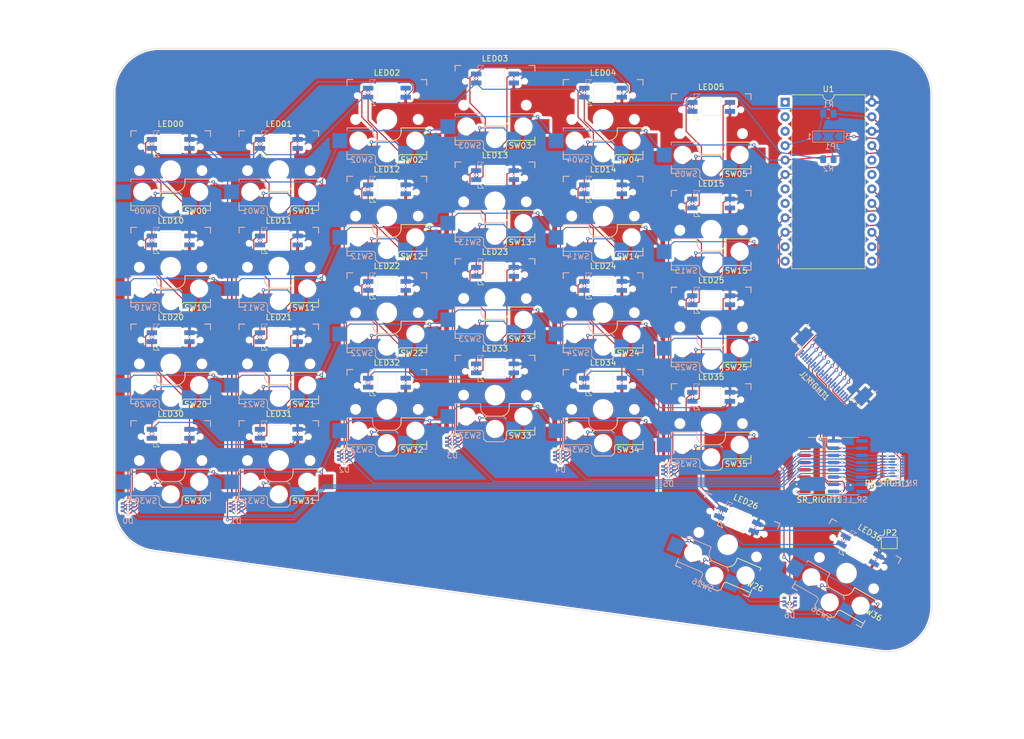
<source format=kicad_pcb>
(kicad_pcb (version 20240108) (generator "pcbnew") (generator_version "8.0")
  (layers (0 "F.Cu" signal) (31 "B.Cu" signal) (34 "B.Paste" user) (35 "F.Paste" user) (36 "B.SilkS" user "B.Silkscreen") (37 "F.SilkS" user "F.Silkscreen") (38 "B.Mask" user) (39 "F.Mask" user) (44 "Edge.Cuts" user))
  (net 0 "")
  (net 1 "Net-(D0A-K)")
  (net 2 "COL0")
  (net 3 "Net-(D0C-K)")
  (net 4 "Net-(D0B-K)")
  (net 5 "Net-(D0D-K)")
  (net 6 "COL1")
  (net 7 "Net-(D1D-K)")
  (net 8 "Net-(D1C-K)")
  (net 9 "Net-(D1B-K)")
  (net 10 "Net-(D1A-K)")
  (net 11 "COL2")
  (net 12 "Net-(D2A-K)")
  (net 13 "Net-(D2C-K)")
  (net 14 "Net-(D2D-K)")
  (net 15 "Net-(D2B-K)")
  (net 16 "Net-(D3D-K)")
  (net 17 "COL3")
  (net 18 "Net-(D3C-K)")
  (net 19 "Net-(D3A-K)")
  (net 20 "Net-(D3B-K)")
  (net 21 "Net-(D4D-K)")
  (net 22 "Net-(D4C-K)")
  (net 23 "COL4")
  (net 24 "Net-(D4B-K)")
  (net 25 "Net-(D4A-K)")
  (net 26 "Net-(D5B-K)")
  (net 27 "COL5")
  (net 28 "Net-(D5A-K)")
  (net 29 "Net-(D5D-K)")
  (net 30 "Net-(D5C-K)")
  (net 31 "Net-(D6C-K)")
  (net 32 "Net-(D6D-K)")
  (net 33 "COL6")
  (net 34 "Net-(JP1-C)")
  (net 35 "FT")
  (net 36 "LED_R")
  (net 37 "Net-(JP2-A)")
  (net 38 "GND")
  (net 39 "ROW3")
  (net 40 "SCS")
  (net 41 "SCK0")
  (net 43 "ROW0")
  (net 44 "+3V3")
  (net 45 "ROW1")
  (net 47 "ROW2")
  (net 48 "DS")
  (net 49 "+5V")
  (net 52 "Net-(LED00-DIN)")
  (net 53 "Net-(LED00-DOUT)")
  (net 54 "Net-(LED01-DOUT)")
  (net 55 "Net-(LED01-DIN)")
  (net 56 "Net-(LED02-DIN)")
  (net 57 "Net-(LED03-DIN)")
  (net 58 "Net-(LED04-DIN)")
  (net 59 "Net-(LED03-DOUT)")
  (net 60 "Net-(LED05-DIN)")
  (net 61 "Net-(LED10-DIN)")
  (net 62 "Net-(LED11-DOUT)")
  (net 63 "Net-(LED05-DOUT)")
  (net 64 "Net-(LED12-DIN)")
  (net 65 "Net-(LED13-DOUT)")
  (net 66 "Net-(LED14-DIN)")
  (net 67 "Net-(LED20-DIN)")
  (net 68 "Net-(LED21-DOUT)")
  (net 69 "Net-(LED15-DOUT)")
  (net 70 "Net-(LED22-DIN)")
  (net 71 "Net-(LED23-DOUT)")
  (net 72 "Net-(LED24-DIN)")
  (net 73 "Net-(LED26-DOUT)")
  (net 74 "Net-(LED25-DOUT)")
  (net 75 "Net-(LED30-DIN)")
  (net 76 "Net-(LED32-DIN)")
  (net 77 "Net-(LED34-DIN)")
  (net 78 "COL7")
  (net 80 "MISO")
  (footprint "reversible_kbd:LED_SK6812MINI_E_REVERSIBLE" (layer "F.Cu") (at 155 65.8)
    (property "Reference" "LED15")
    (property "Value" "SK6812MINI")
    (fp_rect (start -1.7 -1.5) (end 1.7 1.5) (stroke (width 0.05)) (fill none) (layer "Edge.Cuts"))
  )
  (footprint "reversible_kbd:LED_SK6812MINI_E_REVERSIBLE" (layer "F.Cu") (at 98 80.3)
    (property "Reference" "LED22")
    (property "Value" "SK6812MINI")
    (fp_rect (start -1.7 -1.5) (end 1.7 1.5) (stroke (width 0.05)) (fill none) (layer "Edge.Cuts"))
  )
  (footprint "reversible_kbd:LED_SK6812MINI_E_REVERSIBLE" (layer "F.Cu") (at 136 80.3)
    (property "Reference" "LED24")
    (property "Value" "SK6812MINI")
    (fp_rect (start -1.7 -1.5) (end 1.7 1.5) (stroke (width 0.05)) (fill none) (layer "Edge.Cuts"))
  )
  (footprint "keyswitches:Kailh_socket_PG1350_reversible" (layer "F.Cu") (at 79 60)
    (property "Reference" "SW01")
    (property "Value" "SW_Push")
  )
  (footprint "Connector_FFC-FPC:Jushuo_AFC07-S24FCA-00_1x24-1MP_P0.50_Horizontal" (layer "F.Cu") (at 176 95 135)
    (property "Reference" "J_RIGHT1")
    (property "Value" "Conn_02x12_Odd_Even_MountingPin")
  )
  (footprint "keyswitches:Kailh_socket_PG1350_reversible" (layer "F.Cu") (at 136 68)
    (property "Reference" "SW14")
    (property "Value" "SW_Push")
  )
  (footprint "reversible_kbd:LED_SK6812MINI_E_REVERSIBLE" (layer "F.Cu") (at 117 60.8)
    (property "Reference" "LED13")
    (property "Value" "SK6812MINI")
    (fp_rect (start -1.7 -1.5) (end 1.7 1.5) (stroke (width 0.05)) (fill none) (layer "Edge.Cuts"))
  )
  (footprint "keyswitches:Kailh_socket_PG1350_reversible" (layer "F.Cu") (at 98 85)
    (property "Reference" "SW22")
    (property "Value" "SW_Push")
  )
  (footprint "keyswitches:Kailh_socket_PG1350_reversible" (layer "F.Cu") (at 79 111)
    (property "Reference" "SW31")
    (property "Value" "SW_Push")
  )
  (footprint "reversible_kbd:LED_SK6812MINI_E_REVERSIBLE" (layer "F.Cu") (at 98 97.3)
    (property "Reference" "LED32")
    (property "Value" "SK6812MINI")
    (fp_rect (start -1.7 -1.5) (end 1.7 1.5) (stroke (width 0.05)) (fill none) (layer "Edge.Cuts"))
  )
  (footprint "reversible_kbd:LED_SK6812MINI_E_REVERSIBLE" (layer "F.Cu") (at 60 55.3)
    (property "Reference" "LED00")
    (property "Value" "SK6812MINI")
    (fp_rect (start -1.7 -1.5) (end 1.7 1.5) (stroke (width 0.05)) (fill none) (layer "Edge.Cuts"))
  )
  (footprint "reversible_kbd:LED_SK6812MINI_E_REVERSIBLE" (layer "F.Cu") (at 60 89.3)
    (property "Reference" "LED20")
    (property "Value" "SK6812MINI")
    (fp_rect (start -1.7 -1.5) (end 1.7 1.5) (stroke (width 0.05)) (fill none) (layer "Edge.Cuts"))
  )
  (footprint "reversible_kbd:LED_SK6812MINI_E_REVERSIBLE" (layer "F.Cu") (at 79 55.3)
    (property "Reference" "LED01")
    (property "Value" "SK6812MINI")
    (fp_rect (start -1.7 -1.5) (end 1.7 1.5) (stroke (width 0.05)) (fill none) (layer "Edge.Cuts"))
  )
  (footprint "keyswitches:Kailh_socket_PG1350_reversible" (layer "F.Cu") (at 117 82.5)
    (property "Reference" "SW23")
    (property "Value" "SW_Push")
  )
  (footprint "reversible_kbd:LED_SK6812MINI_E_REVERSIBLE" (layer "F.Cu") (at 79 89.3)
    (property "Reference" "LED21")
    (property "Value" "SK6812MINI")
    (fp_rect (start -1.7 -1.5) (end 1.7 1.5) (stroke (width 0.05)) (fill none) (layer "Edge.Cuts"))
  )
  (footprint "keyswitches:Kailh_socket_PG1350_reversible" (layer "F.Cu") (at 60 60)
    (property "Reference" "SW00")
    (property "Value" "SW_Push")
  )
  (footprint "reversible_kbd:LED_SK6812MINI_E_REVERSIBLE" (layer "F.Cu") (at 181.15 126.72968 -30)
    (property "Reference" "LED36")
    (property "Value" "SK6812MINI")
    (fp_poly (pts (xy -1.7 -1.5) (xy 1.7 -1.5) (xy 1.7 1.5) (xy -1.7 1.5)) (stroke (width 0.05)) (fill none) (layer "Edge.Cuts"))
  )
  (footprint "keyswitches:Kailh_socket_PG1350_reversible" (layer "F.Cu") (at 117 65.5)
    (property "Reference" "SW13")
    (property "Value" "SW_Push")
  )
  (footprint "reversible_kbd:LED_SK6812MINI_E_REVERSIBLE" (layer "F.Cu") (at 117 43.8)
    (property "Reference" "LED03")
    (property "Value" "SK6812MINI")
    (fp_rect (start -1.7 -1.5) (end 1.7 1.5) (stroke (width 0.05)) (fill none) (layer "Edge.Cuts"))
  )
  (footprint "keyswitches:Kailh_socket_PG1350_reversible" (layer "F.Cu") (at 79 94)
    (property "Reference" "SW21")
    (property "Value" "SW_Push")
  )
  (footprint "reversible_kbd:LED_SK6812MINI_E_REVERSIBLE" (layer "F.Cu") (at 155 48.8)
    (property "Reference" "LED05")
    (property "Value" "SK6812MINI")
    (fp_rect (start -1.7 -1.5) (end 1.7 1.5) (stroke (width 0.05)) (fill none) (layer "Edge.Cuts"))
  )
  (footprint "keyswitches:Kailh_socket_PG1350_reversible" (layer "F.Cu") (at 98 51)
    (property "Reference" "SW02")
    (property "Value" "SW_Push")
  )
  (footprint "keyswitches:Kailh_socket_PG1350_reversible" (layer "F.Cu") (at 155 87.5)
    (property "Reference" "SW25")
    (property "Value" "SW_Push")
  )
  (footprint "reversible_kbd:LED_SK6812MINI_E_REVERSIBLE" (layer "F.Cu") (at 159.736436 121.473627 -23)
    (property "Reference" "LED26")
    (property "Value" "SK6812MINI")
    (fp_poly (pts (xy -1.7 -1.5) (xy 1.7 -1.5) (xy 1.7 1.5) (xy -1.7 1.5)) (stroke (width 0.05)) (fill none) (layer "Edge.Cuts"))
  )
  (footprint "reversible_kbd:LED_SK6812MINI_E_REVERSIBLE" (layer "F.Cu") (at 117 94.8)
    (property "Reference" "LED33")
    (property "Value" "SK6812MINI")
    (fp_rect (start -1.7 -1.5) (end 1.7 1.5) (stroke (width 0.05)) (fill none) (layer "Edge.Cuts"))
  )
  (footprint "Jumper:SolderJumper-2_P1.3mm_Open_TrianglePad1.0x1.5mm" (layer "F.Cu") (at 186.3 125.5)
    (property "Reference" "JP2")
    (property "Value" "SolderJumper_2_Open")
  )
  (footprint "keyswitches:Kailh_socket_PG1350_reversible" (layer "F.Cu") (at 136 102)
    (property "Reference" "SW34")
    (property "Value" "SW_Push")
  )
  (footprint "keyswitches:Kailh_socket_PG1350_reversible" (layer "F.Cu") (at 155 70.5)
    (property "Reference" "SW15")
    (property "Value" "SW_Push")
  )
  (footprint "keyswitches:Kailh_socket_PG1350_reversible" (layer "F.Cu") (at 60 94)
    (property "Reference" "SW20")
    (property "Value" "SW_Push")
  )
  (footprint "reversible_kbd:LED_SK6812MINI_E_REVERSIBLE" (layer "F.Cu") (at 136 97.3)
    (property "Reference" "LED34")
    (property "Value" "SK6812MINI")
    (fp_rect (start -1.7 -1.5) (end 1.7 1.5) (stroke (width 0.05)) (fill none) (layer "Edge.Cuts"))
  )
  (footprint "keyswitches:Kailh_socket_PG1350_reversible" (layer "F.Cu") (at 155 104.5)
    (property "Reference" "SW35")
    (property "Value" "SW_Push")
  )
  (footprint "Package_DIP:DIP-24_W15.24mm" (layer "F.Cu") (at 168 48)
    (property "Reference" "U1")
    (property "Value" "CH582")
  )
  (footprint "reversible_kbd:LED_SK6812MINI_E_REVERSIBLE" (layer "F.Cu") (at 98 63.3)
    (property "Reference" "LED12")
    (property "Value" "SK6812MINI")
    (fp_rect (start -1.7 -1.5) (end 1.7 1.5) (stroke (width 0.05)) (fill none) (layer "Edge.Cuts"))
  )
  (footprint "keyswitches:Kailh_socket_PG1350_reversible" (layer "F.Cu") (at 60 111)
    (property "Reference" "SW30")
    (property "Value" "SW_Push")
  )
  (footprint "keyswitches:Kailh_socket_PG1350_reversible" (layer "F.Cu") (at 79 77)
    (property "Reference" "SW11")
    (property "Value" "SW_Push")
  )
  (footprint "keyswitches:Kailh_socket_PG1350_reversible" (layer "F.Cu") (at 117 48.5)
    (property "Reference" "SW03")
    (property "Value" "SW_Push")
  )
  (footprint "reversible_kbd:LED_SK6812MINI_E_REVERSIBLE" (layer "F.Cu") (at 60 72.3)
    (property "Reference" "LED10")
    (property "Value" "SK6812MINI")
    (fp_rect (start -1.7 -1.5) (end 1.7 1.5) (stroke (width 0.05)) (fill none) (layer "Edge.Cuts"))
  )
  (footprint "keyswitches:Kailh_socket_PG1350_reversible" (layer "F.Cu") (at 157.9 125.8 -23)
    (property "Reference" "SW26")
    (property "Value" "SW_Push")
  )
  (footprint "keyswitches:Kailh_socket_PG1350_reversible" (layer "F.Cu") (at 136 85)
    (property "Reference" "SW24")
    (property "Value" "SW_Push")
  )
  (footprint "reversible_kbd:LED_SK6812MINI_E_REVERSIBLE" (layer "F.Cu") (at 136 46.3)
    (property "Reference" "LED04")
    (property "Value" "SK6812MINI")
    (fp_rect (start -1.7 -1.5) (end 1.7 1.5) (stroke (width 0.05)) (fill none) (layer "Edge.Cuts"))
  )
  (footprint "keyswitches:Kailh_socket_PG1350_reversible" (layer "F.Cu") (at 155 53.5)
    (property "Reference" "SW05")
    (property "Value" "SW_Push")
  )
  (footprint "keyswitches:Kailh_socket_PG1350_reversible" (layer "F.Cu") (at 178.8 130.8 -30)
    (property "Reference" "SW36")
    (property "Value" "SW_Push")
  )
  (footprint "Package_SO:SOP-16_3.9x9.9mm_P1.27mm" (layer "F.Cu") (at 174 112 180)
    (property "Reference" "SR_RIGHT1")
    (property "Value" "74HC165")
  )
  (footprint "reversible_kbd:LED_SK6812MINI_E_REVERSIBLE" (layer "F.Cu") (at 155 99.8)
    (property "Reference" "LED35")
    (property "Value" "SK6812MINI")
    (fp_rect (start -1.7 -1.5) (end 1.7 1.5) (stroke (width 0.05)) (fill none) (layer "Edge.Cuts"))
  )
  (footprint "reversible_kbd:LED_SK6812MINI_E_REVERSIBLE" (layer "F.Cu") (at 117 77.8)
    (property "Reference" "LED23")
    (property "Value" "SK6812MINI")
    (fp_rect (start -1.7 -1.5) (end 1.7 1.5) (stroke (width 0.05)) (fill none) (layer "Edge.Cuts"))
  )
  (footprint "keyswitches:Kailh_socket_PG1350_reversible" (layer "F.Cu") (at 60 77)
    (property "Reference" "SW10")
    (property "Value" "SW_Push")
  )
  (footprint "reversible_kbd:LED_SK6812MINI_E_REVERSIBLE" (layer "F.Cu") (at 98 46.3)
    (property "Reference" "LED02")
    (property "Value" "SK6812MINI")
    (fp_rect (start -1.7 -1.5) (end 1.7 1.5) (stroke (width 0.05)) (fill none) (layer "Edge.Cuts"))
  )
  (footprint "Resistor_SMD:R_Array_Convex_8x0602" (layer "F.Cu") (at 186 112 180)
    (property "Reference" "RN_RIGHT1")
    (property "Value" "R_Pack08")
  )
  (footprint "reversible_kbd:LED_SK6812MINI_E_REVERSIBLE" (layer "F.Cu") (at 79 72.3)
    (property "Reference" "LED11")
    (property "Value" "SK6812MINI")
    (fp_rect (start -1.7 -1.5) (end 1.7 1.5) (stroke (width 0.05)) (fill none) (layer "Edge.Cuts"))
  )
  (footprint "keyswitches:Kailh_socket_PG1350_reversible" (layer "F.Cu") (at 136 51)
    (property "Reference" "SW04")
    (property "Value" "SW_Push")
  )
  (footprint "reversible_kbd:LED_SK6812MINI_E_REVERSIBLE" (layer "F.Cu") (at 79 106.3)
    (property "Reference" "LED31")
    (property "Value" "SK6812MINI")
    (fp_rect (start -1.7 -1.5) (end 1.7 1.5) (stroke (width 0.05)) (fill none) (layer "Edge.Cuts"))
  )
  (footprint "keyswitches:Kailh_socket_PG1350_reversible" (layer "F.Cu") (at 98 68)
    (property "Reference" "SW12")
    (property "Value" "SW_Push")
  )
  (footprint "reversible_kbd:LED_SK6812MINI_E_REVERSIBLE" (layer "F.Cu") (at 155 82.8)
    (property "Reference" "LED25")
    (property "Value" "SK6812MINI")
    (fp_rect (start -1.7 -1.5) (end 1.7 1.5) (stroke (width 0.05)) (fill none) (layer "Edge.Cuts"))
  )
  (footprint "keyswitches:Kailh_socket_PG1350_reversible" (layer "F.Cu") (at 117 99.5)
    (property "Reference" "SW33")
    (property "Value" "SW_Push")
  )
  (footprint "reversible_kbd:LED_SK6812MINI_E_REVERSIBLE" (layer "F.Cu") (at 136 63.3)
    (property "Reference" "LED14")
    (property "Value" "SK6812MINI")
    (fp_rect (start -1.7 -1.5) (end 1.7 1.5) (stroke (width 0.05)) (fill none) (layer "Edge.Cuts"))
  )
  (footprint "reversible_kbd:LED_SK6812MINI_E_REVERSIBLE" (layer "F.Cu") (at 60 106.3)
    (property "Reference" "LED30")
    (property "Value" "SK6812MINI")
    (fp_rect (start -1.7 -1.5) (end 1.7 1.5) (stroke (width 0.05)) (fill none) (layer "Edge.Cuts"))
  )
  (footprint "keyswitches:Kailh_socket_PG1350_reversible" (layer "F.Cu") (at 98 102)
    (property "Reference" "SW32")
    (property "Value" "SW_Push")
  )
  (footprint "reversible_kbd:BAW70DW_reversible" (layer "B.Cu") (at 71.5 119.199999 180)
    (property "Reference" "D1")
    (property "Value" "BAW56DW")
  )
  (footprint "Resistor_SMD:R_Array_Convex_8x0602" (layer "B.Cu") (at 187.8 112)
    (property "Reference" "RN_LEFT1")
    (property "Value" "R_Pack08")
  )
  (footprint "Jumper:SolderJumper-3_P2.0mm_Open_TrianglePad1.0x1.5mm_NumberLabels" (layer "B.Cu") (at 175.6 54)
    (property "Reference" "JP1")
    (property "Value" "SolderJumper_3_Open")
  )
  (footprint "reversible_kbd:BAW70DW_reversible" (layer "B.Cu") (at 109.5 107.699999 180)
    (property "Reference" "D3")
    (property "Value" "BAW56DW")
  )
  (footprint "reversible_kbd:BAW70DW_reversible" (layer "B.Cu") (at 147.5 112.699999 180)
    (property "Reference" "D5")
    (property "Value" "BAW56DW")
  )
  (footprint "reversible_kbd:BAW70DW_reversible" (layer "B.Cu") (at 128.5 110.199999 180)
    (property "Reference" "D4")
    (property "Value" "BAW56DW")
  )
  (footprint "Resistor_SMD:R_0805_2012Metric" (layer "B.Cu") (at 175.6 58)
    (property "Reference" "R2")
    (property "Value" "500Ohm")
  )
  (footprint "reversible_kbd:BAW70DW_reversible" (layer "B.Cu") (at 168.8 135.8 180)
    (property "Reference" "D6")
    (property "Value" "BAW56DW")
  )
  (footprint "Connector_FFC-FPC:Jushuo_AFC07-S24FCA-00_1x24-1MP_P0.50_Horizontal" (layer "B.Cu") (at 176 95 -45)
    (property "Reference" "J_LEFT1")
    (property "Value" "Conn_02x12_Odd_Even_MountingPin")
  )
  (footprint "reversible_kbd:BAW70DW_reversible" (layer "B.Cu") (at 52.5 119.199999 180)
    (property "Reference" "D0")
    (property "Value" "BAW56DW")
  )
  (footprint "Package_SO:SOP-16_3.9x9.9mm_P1.27mm" (layer "B.Cu") (at 179 112)
    (property "Reference" "SR_LEFT1")
    (property "Value" "74HC165")
  )
  (footprint "Resistor_SMD:R_0805_2012Metric" (layer "B.Cu") (at 175.6 50 180)
    (property "Reference" "R1")
    (property "Value" "10kOhm")
  )
  (footprint "reversible_kbd:BAW70DW_reversible" (layer "B.Cu") (at 90.5 110.199999 180)
    (property "Reference" "D2")
    (property "Value" "BAW56DW")
  )
  (gr_line (start 174.7 58) (end 167 56.8) (stroke (width 0.2)) (layer "B.Cu") (net 60))
  (gr_line (start 167 56.8) (end 159.4 46.9) (stroke (width 0.2)) (layer "B.Cu") (net 60))
  (gr_line (start 173.6 54.1) (end 168 55.6) (stroke (width 0.2)) (layer "B.Cu") (net 35))
  (gr_line (start 174.7 50) (end 173.6 54.1) (stroke (width 0.2)) (layer "B.Cu") (net 35))
  (gr_line (start 176.5 58) (end 175.6 54) (stroke (width 0.2)) (layer "B.Cu") (net 34))
  (gr_line (start 183.3 50.6) (end 176.5 50) (stroke (width 0.2)) (layer "B.Cu") (net 49))
  (gr_arc (start 56.908766 126.951277) (mid 51.969665 124.282957) (end 50 119.02605) (stroke (width 0.1)) (layer "Edge.Cuts"))
  (gr_line (start 50 46.5) (end 50 119.02605) (stroke (width 0.1)) (layer "Edge.Cuts"))
  (gr_line (start 193.8 136.622991) (end 193.8 46.5) (stroke (width 0.1)) (layer "Edge.Cuts"))
  (gr_line (start 193.8 38.5) (end 193.8 38.5) (stroke (width 0.1)) (layer "Edge.Cuts"))
  (gr_arc (start 50 46.5) (mid 52.343146 40.843146) (end 58 38.5) (stroke (width 0.1)) (layer "Edge.Cuts"))
  (gr_arc (start 193.8 136.622991) (mid 191.056909 142.653332) (end 184.708766 144.548217) (stroke (width 0.1)) (layer "Edge.Cuts"))
  (gr_line (start 185.8 38.5) (end 58 38.5) (stroke (width 0.1)) (layer "Edge.Cuts"))
  (gr_arc (start 185.8 38.5) (mid 191.456854 40.843146) (end 193.8 46.5) (stroke (width 0.1)) (layer "Edge.Cuts"))
  (gr_line (start 56.908766 126.951277) (end 184.708766 144.548217) (stroke (width 0.1)) (layer "Edge.Cuts"))
  (segment (start 52.5 70.149999) (end 56.725 65.95) (width 0.2) (layer "F.Cu") (net 1))
  (segment (start 52.5 117.899999) (end 52.5 70.149999) (width 0.2) (layer "F.Cu") (net 1))
  (segment (start 51.55 118.549999) (end 52.5 117.899999) (width 0.2) (layer "F.Cu") (net 1))
  (segment (start 57.3 64) (end 57.3 65.4) (width 0.2) (layer "F.Cu") (net 1))
  (via (at 57.3 64) (size 0.6) (drill 0.3) (layers "F.Cu" "B.Cu") (net 1))
  (via (at 52.5 117.899999) (size 0.4) (drill 0.3) (layers "F.Cu" "B.Cu") (net 1))
  (segment (start 63.3 66) (end 61.5 64) (width 0.2) (layer "B.Cu") (net 1))
  (segment (start 61.5 64) (end 57.3 64) (width 0.2) (layer "B.Cu") (net 1))
  (segment (start 53.45 118.549999) (end 52.5 117.899999) (width 0.2) (layer "B.Cu") (net 1))
  (segment (start 53.45 118.549999) (end 52.5 119.199999) (width 0.2) (layer "F.Cu") (net 2))
  (segment (start 51.55 119.849999) (end 52.5 119.199999) (width 0.2) (layer "F.Cu") (net 2))
  (segment (start 176.5 112.635) (end 178 112.635) (width 0.2) (layer "F.Cu") (net 2))
  (segment (start 187.8 112.75) (end 186.9 112.75) (width 0.2) (layer "F.Cu") (net 2))
  (via (at 187.8 112.75) (size 0.4) (drill 0.3) (layers "F.Cu" "B.Cu") (net 2))
  (via (at 178 112.635) (size 0.4) (drill 0.3) (layers "F.Cu" "B.Cu") (net 2))
  (via (at 52.5 119.199999) (size 0.4) (drill 0.3) (layers "F.Cu" "B.Cu") (net 2))
  (segment (start 182.5 113.27) (end 186 112.75) (width 0.2) (layer "B.Cu") (net 2))
  (segment (start 53.45 119.849999) (end 52.5 119.199999) (width 0.2) (layer "B.Cu") (net 2))
  (segment (start 187.8 112.75) (end 186.9 112.75) (width 0.2) (layer "B.Cu") (net 2))
  (segment (start 51.55 118.549999) (end 52.5 119.199999) (width 0.2) (layer "B.Cu") (net 2))
  (segment (start 180.5 113.27) (end 182.5 113.27) (width 0.2) (layer "B.Cu") (net 2))
  (segment (start 81.749265 120.899999) (end 87.049265 115.599999) (width 0.2) (layer "B.Cu") (net 2))
  (segment (start 167.670001 115.599999) (end 170.635 112.635) (width 0.2) (layer "B.Cu") (net 2))
  (segment (start 170.635 112.635) (end 178.3 112.635) (width 0.2) (layer "B.Cu") (net 2))
  (segment (start 178.3 112.635) (end 180.5 113.27) (width 0.2) (layer "B.Cu") (net 2))
  (segment (start 87.049265 115.599999) (end 167.670001 115.599999) (width 0.2) (layer "B.Cu") (net 2))
  (segment (start 53.45 119.849999) (end 54.5 120.899999) (width 0.2) (layer "B.Cu") (net 2))
  (segment (start 186 112.75) (end 186.9 112.75) (width 0.2) (layer "B.Cu") (net 2))
  (segment (start 54.5 120.899999) (end 81.749265 120.899999) (width 0.2) (layer "B.Cu") (net 2))
  (segment (start 53.65 119.849999) (end 56.725 116.95) (width 0.2) (layer "F.Cu") (net 3))
  (segment (start 57.3 115) (end 57.3 116.4) (width 0.2) (layer "F.Cu") (net 3))
  (segment (start 53.45 119.849999) (end 52.5 120.499999) (width 0.2) (layer "F.Cu") (net 3))
  (via (at 52.5 120.499999) (size 0.4) (drill 0.3) (layers "F.Cu" "B.Cu") (net 3))
  (via (at 57.3 115) (size 0.6) (drill 0.3) (layers "F.Cu" "B.Cu") (net 3))
  (segment (start 51.55 119.849999) (end 52.5 120.499999) (width 0.2) (layer "B.Cu") (net 3))
  (segment (start 61.5 115) (end 57.3 115) (width 0.2) (layer "B.Cu") (net 3))
  (segment (start 63.3 117) (end 61.5 115) (width 0.2) (layer "B.Cu") (net 3))
  (segment (start 57.3 81) (end 57.3 82.4) (width 0.2) (layer "F.Cu") (net 4))
  (segment (start 52.9 118.149999) (end 52.9 86.749999) (width 0.2) (layer "F.Cu") (net 4))
  (segment (start 52.5 118.549999) (end 52.9 118.149999) (width 0.2) (layer "F.Cu") (net 4))
  (segment (start 52.9 86.749999) (end 56.725 82.95) (width 0.2) (layer "F.Cu") (net 4))
  (segment (start 51.55 119.199999) (end 52.5 118.549999) (width 0.2) (layer "F.Cu") (net 4))
  (via (at 57.3 81) (size 0.6) (drill 0.3) (layers "F.Cu" "B.Cu") (net 4))
  (via (at 52.5 118.549999) (size 0.4) (drill 0.3) (layers "F.Cu" "B.Cu") (net 4))
  (segment (start 53.45 119.199999) (end 52.5 118.549999) (width 0.2) (layer "B.Cu") (net 4))
  (segment (start 61.5 81) (end 57.3 81) (width 0.2) (layer "B.Cu") (net 4))
  (segment (start 63.3 83) (end 61.5 81) (width 0.2) (layer "B.Cu") (net 4))
  (segment (start 53.45 119.199999) (end 52.5 119.849999) (width 0.2) (layer "F.Cu") (net 5))
  (segment (start 53.25 117.599999) (end 53.25 103.499999) (width 0.2) (layer "F.Cu") (net 5))
  (segment (start 54.05 118.299999) (end 53.25 117.599999) (width 0.2) (layer "F.Cu") (net 5))
  (segment (start 53.25 103.499999) (end 56.725 99.95) (width 0.2) (layer "F.Cu") (net 5))
  (segment (start 54.05 118.999999) (end 54.05 118.299999) (width 0.2) (layer "F.Cu") (net 5))
  (segment (start 53.45 119.199999) (end 54.05 118.999999) (width 0.2) (layer "F.Cu") (net 5))
  (segment (start 57.3 98) (end 57.3 99.4) (width 0.2) (layer "F.Cu") (net 5))
  (via (at 52.5 119.849999) (size 0.4) (drill 0.3) (layers "F.Cu" "B.Cu") (net 5))
  (via (at 57.3 98) (size 0.6) (drill 0.3) (layers "F.Cu" "B.Cu") (net 5))
  (segment (start 61.5 98) (end 57.3 98) (width 0.2) (layer "B.Cu") (net 5))
  (segment (start 51.55 119.199999) (end 52.5 119.849999) (width 0.2) (layer "B.Cu") (net 5))
  (segment (start 63.3 100) (end 61.5 98) (width 0.2) (layer "B.Cu") (net 5))
  (segment (start 72.45 118.549999) (end 71.5 119.199999) (width 0.2) (layer "F.Cu") (net 6))
  (segment (start 171.5 112.635) (end 170 112.635) (width 0.2) (layer "F.Cu") (net 6))
  (segment (start 186 112.25) (end 186.9 112.25) (width 0.2) (layer "F.Cu") (net 6))
  (segment (start 70.55 119.849999) (end 71.5 119.199999) (width 0.2) (layer "F.Cu") (net 6))
  (via (at 170 112.635) (size 0.4) (drill 0.3) (layers "F.Cu" "B.Cu") (net 6))
  (via (at 186 112.25) (size 0.4) (drill 0.3) (layers "F.Cu" "B.Cu") (net 6))
  (via (at 71.5 119.199999) (size 0.4) (drill 0.3) (layers "F.Cu" "B.Cu") (net 6))
  (segment (start 167.335001 115.299999) (end 86.925001 115.299999) (width 0.2) (layer "B.Cu") (net 6))
  (segment (start 73.2 120.599999) (end 72.45 119.849999) (width 0.2) (layer "B.Cu") (net 6))
  (segment (start 178.3 112) (end 170.8 112) (width 0.2) (layer "B.Cu") (net 6))
  (segment (start 170.8 112) (end 170 112.635) (width 0.2) (layer "B.Cu") (net 6))
  (segment (start 81.625001 120.599999) (end 73.2 120.599999) (width 0.2) (layer "B.Cu") (net 6))
  (segment (start 70.55 118.549999) (end 71.5 119.199999) (width 0.2) (layer "B.Cu") (net 6))
  (segment (start 186.9 112.25) (end 186 112.25) (width 0.2) (layer "B.Cu") (net 6))
  (segment (start 86.925001 115.299999) (end 81.625001 120.599999) (width 0.2) (layer "B.Cu") (net 6))
  (segment (start 182.5 112.635) (end 180.5 112.635) (width 0.2) (layer "B.Cu") (net 6))
  (segment (start 72.45 119.849999) (end 71.5 119.199999) (width 0.2) (layer "B.Cu") (net 6))
  (segment (start 186 112.25) (end 182.5 112.635) (width 0.2) (layer "B.Cu") (net 6))
  (segment (start 180.5 112.635) (end 178.3 112) (width 0.2) (layer "B.Cu") (net 6))
  (segment (start 170 112.635) (end 167.335001 115.299999) (width 0.2) (layer "B.Cu") (net 6))
  (segment (start 72.45 119.199999) (end 73.05 118.999999) (width 0.2) (layer "F.Cu") (net 7))
  (segment (start 72.25 103.499999) (end 75.725 99.95) (width 0.2) (layer "F.Cu") (net 7))
  (segment (start 73.05 118.999999) (end 73.05 118.299999) (width 0.2) (layer "F.Cu") (net 7))
  (segment (start 72.45 119.199999) (end 71.5 119.849999) (width 0.2) (layer "F.Cu") (net 7))
  (segment (start 72.25 117.599999) (end 72.25 103.499999) (width 0.2) (layer "F.Cu") (net 7))
  (segment (start 76.3 98) (end 76.3 99.4) (width 0.2) (layer "F.Cu") (net 7))
  (segment (start 73.05 118.299999) (end 72.25 117.599999) (width 0.2) (layer "F.Cu") (net 7))
  (via (at 71.5 119.849999) (size 0.4) (drill 0.3) (layers "F.Cu" "B.Cu") (net 7))
  (via (at 76.3 98) (size 0.6) (drill 0.3) (layers "F.Cu" "B.Cu") (net 7))
  (segment (start 82.3 100) (end 80.5 98) (width 0.2) (layer "B.Cu") (net 7))
  (segment (start 70.55 119.199999) (end 71.5 119.849999) (width 0.2) (layer "B.Cu") (net 7))
  (segment (start 80.5 98) (end 76.3 98) (width 0.2) (layer "B.Cu") (net 7))
  (segment (start 72.45 119.849999) (end 71.5 120.499999) (width 0.2) (layer "F.Cu") (net 8))
  (segment (start 72.65 119.849999) (end 75.725 116.95) (width 0.2) (layer "F.Cu") (net 8))
  (segment (start 76.3 115) (end 76.3 116.4) (width 0.2) (layer "F.Cu") (net 8))
  (via (at 76.3 115) (size 0.6) (drill 0.3) (layers "F.Cu" "B.Cu") (net 8))
  (via (at 71.5 120.499999) (size 0.4) (drill 0.3) (layers "F.Cu" "B.Cu") (net 8))
  (segment (start 80.5 115) (end 76.3 115) (width 0.2) (layer "B.Cu") (net 8))
  (segment (start 82.3 117) (end 80.5 115) (width 0.2) (layer "B.Cu") (net 8))
  (segment (start 70.55 119.849999) (end 71.5 120.499999) (width 0.2) (layer "B.Cu") (net 8))
  (segment (start 71.9 86.749999) (end 75.725 82.95) (width 0.2) (layer "F.Cu") (net 9))
  (segment (start 70.55 119.199999) (end 71.5 118.549999) (width 0.2) (layer "F.Cu") (net 9))
  (segment (start 71.5 118.549999) (end 71.9 118.149999) (width 0.2) (layer "F.Cu") (net 9))
  (segment (start 76.3 81) (end 76.3 82.4) (width 0.2) (layer "F.Cu") (net 9))
  (segment (start 71.9 118.149999) (end 71.9 86.749999) (width 0.2) (layer "F.Cu") (net 9))
  (via (at 71.5 118.549999) (size 0.4) (drill 0.3) (layers "F.Cu" "B.Cu") (net 9))
  (via (at 76.3 81) (size 0.6) (drill 0.3) (layers "F.Cu" "B.Cu") (net 9))
  (segment (start 82.3 83) (end 80.5 81) (width 0.2) (layer "B.Cu") (net 9))
  (segment (start 72.45 119.199999) (end 71.5 118.549999) (width 0.2) (layer "B.Cu") (net 9))
  (segment (start 80.5 81) (end 76.3 81) (width 0.2) (layer "B.Cu") (net 9))
  (segment (start 71.5 117.899999) (end 71.5 70.149999) (width 0.2) (layer "F.Cu") (net 10))
  (segment (start 70.55 118.549999) (end 71.5 117.899999) (width 0.2) (layer "F.Cu") (net 10))
  (segment (start 71.5 70.149999) (end 75.725 65.95) (width 0.2) (layer "F.Cu") (net 10))
  (segment (start 76.3 64) (end 76.3 65.4) (width 0.2) (layer "F.Cu") (net 10))
  (via (at 76.3 64) (size 0.6) (drill 0.3) (layers "F.Cu" "B.Cu") (net 10))
  (via (at 71.5 117.899999) (size 0.4) (drill 0.3) (layers "F.Cu" "B.Cu") (net 10))
  (segment (start 82.3 66) (end 80.5 64) (width 0.2) (layer "B.Cu") (net 10))
  (segment (start 80.5 64) (end 76.3 64) (width 0.2) (layer "B.Cu") (net 10))
  (segment (start 72.45 118.549999) (end 71.5 117.899999) (width 0.2) (layer "B.Cu") (net 10))
  (segment (start 187.8 111.75) (end 186.9 111.75) (width 0.2) (layer "F.Cu") (net 11))
  (segment (start 89.55 110.849999) (end 90.5 110.199999) (width 0.2) (layer "F.Cu") (net 11))
  (segment (start 176.5 111.365) (end 178 111.365) (width 0.2) (layer "F.Cu") (net 11))
  (segment (start 91.45 109.549999) (end 90.5 110.199999) (width 0.2) (layer "F.Cu") (net 11))
  (via (at 187.8 111.75) (size 0.4) (drill 0.3) (layers "F.Cu" "B.Cu") (net 11))
  (via (at 90.5 110.199999) (size 0.4) (drill 0.3) (layers "F.Cu" "B.Cu") (net 11))
  (via (at 178 111.365) (size 0.4) (drill 0.3) (layers "F.Cu" "B.Cu") (net 11))
  (segment (start 180.5 112) (end 182.5 112) (width 0.2) (layer "B.Cu") (net 11))
  (segment (start 182.5 112) (end 186 111.75) (width 0.2) (layer "B.Cu") (net 11))
  (segment (start 178.3 111.365) (end 180.5 112) (width 0.2) (layer "B.Cu") (net 11))
  (segment (start 167.000001 114.999999) (end 170.635 111.365) (width 0.2) (layer "B.Cu") (net 11))
  (segment (start 91.45 110.849999) (end 90.5 110.199999) (width 0.2) (layer "B.Cu") (net 11))
  (segment (start 186 111.75) (end 186.9 111.75) (width 0.2) (layer "B.Cu") (net 11))
  (segment (start 91.45 110.849999) (end 95.6 114.999999) (width 0.2) (layer "B.Cu") (net 11))
  (segment (start 95.6 114.999999) (end 167.000001 114.999999) (width 0.2) (layer "B.Cu") (net 11))
  (segment (start 89.55 109.549999) (end 90.5 110.199999) (width 0.2) (layer "B.Cu") (net 11))
  (segment (start 170.635 111.365) (end 178.3 111.365) (width 0.2) (layer "B.Cu") (net 11))
  (segment (start 187.8 111.75) (end 186.9 111.75) (width 0.2) (layer "B.Cu") (net 11))
  (segment (start 90.5 61.149999) (end 94.725 56.95) (width 0.2) (layer "F.Cu") (net 12))
  (segment (start 95.3 55) (end 95.3 56.4) (width 0.2) (layer "F.Cu") (net 12))
  (segment (start 89.55 109.549999) (end 90.5 108.899999) (width 0.2) (layer "F.Cu") (net 12))
  (segment (start 90.5 108.899999) (end 90.5 61.149999) (width 0.2) (layer "F.Cu") (net 12))
  (via (at 90.5 108.899999) (size 0.4) (drill 0.3) (layers "F.Cu" "B.Cu") (net 12))
  (via (at 95.3 55) (size 0.6) (drill 0.3) (layers "F.Cu" "B.Cu") (net 12))
  (segment (start 101.3 57) (end 99.5 55) (width 0.2) (layer "B.Cu") (net 12))
  (segment (start 91.45 109.549999) (end 90.5 108.899999) (width 0.2) (layer "B.Cu") (net 12))
  (segment (start 99.5 55) (end 95.3 55) (width 0.2) (layer "B.Cu") (net 12))
  (segment (start 91.65 110.849999) (end 94.725 107.95) (width 0.2) (layer "F.Cu") (net 13))
  (segment (start 91.45 110.849999) (end 90.5 111.499999) (width 0.2) (layer "F.Cu") (net 13))
  (segment (start 95.3 106) (end 95.3 107.4) (width 0.2) (layer "F.Cu") (net 13))
  (via (at 90.5 111.499999) (size 0.4) (drill 0.3) (layers "F.Cu" "B.Cu") (net 13))
  (via (at 95.3 106) (size 0.6) (drill 0.3) (layers "F.Cu" "B.Cu") (net 13))
  (segment (start 101.3 108) (end 99.5 106) (width 0.2) (layer "B.Cu") (net 13))
  (segment (start 89.55 110.849999) (end 90.5 111.499999) (width 0.2) (layer "B.Cu") (net 13))
  (segment (start 99.5 106) (end 95.3 106) (width 0.2) (layer "B.Cu") (net 13))
  (segment (start 92.05 109.299999) (end 91.25 108.599999) (width 0.2) (layer "F.Cu") (net 14))
  (segment (start 91.45 110.199999) (end 90.5 110.849999) (width 0.2) (layer "F.Cu") (net 14))
  (segment (start 92.05 109.999999) (end 92.05 109.299999) (width 0.2) (layer "F.Cu") (net 14))
  (segment (start 95.3 89) (end 95.3 90.4) (width 0.2) (layer "F.Cu") (net 14))
  (segment (start 91.25 108.599999) (end 91.25 94.499999) (width 0.2) (layer "F.Cu") (net 14))
  (segment (start 91.45 110.199999) (end 92.05 109.999999) (width 0.2) (layer "F.Cu") (net 14))
  (segment (start 91.25 94.499999) (end 94.725 90.95) (width 0.2) (layer "F.Cu") (net 14))
  (via (at 90.5 110.849999) (size 0.4) (drill 0.3) (layers "F.Cu" "B.Cu") (net 14))
  (via (at 95.3 89) (size 0.6) (drill 0.3) (layers "F.Cu" "B.Cu") (net 14))
  (segment (start 101.3 91) (end 99.5 89) (width 0.2) (layer "B.Cu") (net 14))
  (segment (start 99.5 89) (end 95.3 89) (width 0.2) (layer "B.Cu") (net 14))
  (segment (start 89.55 110.199999) (end 90.5 110.849999) (width 0.2) (layer "B.Cu") (net 14))
  (segment (start 95.3 72) (end 95.3 73.4) (width 0.2) (layer "F.Cu") (net 15))
  (segment (start 90.9 109.149999) (end 90.9 77.749999) (width 0.2) (layer "F.Cu") (net 15))
  (segment (start 90.5 109.549999) (end 90.9 109.149999) (width 0.2) (layer "F.Cu") (net 15))
  (segment (start 89.55 110.199999) (end 90.5 109.549999) (width 0.2) (layer "F.Cu") (net 15))
  (segment (start 90.9 77.749999) (end 94.725 73.95) (width 0.2) (layer "F.Cu") (net 15))
  (via (at 95.3 72) (size 0.6) (drill 0.3) (layers "F.Cu" "B.Cu") (net 15))
  (via (at 90.5 109.549999) (size 0.4) (drill 0.3) (layers "F.Cu" "B.Cu") (net 15))
  (segment (start 99.5 72) (end 95.3 72) (width 0.2) (layer "B.Cu") (net 15))
  (segment (start 101.3 74) (end 99.5 72) (width 0.2) (layer "B.Cu") (net 15))
  (segment (start 91.45 110.199999) (end 90.5 109.549999) (width 0.2) (layer "B.Cu") (net 15))
  (segment (start 114.3 86.5) (end 114.3 87.9) (width 0.2) (layer "F.Cu") (net 16))
  (segment (start 110.25 91.999999) (end 113.725 88.45) (width 0.2) (layer "F.Cu") (net 16))
  (segment (start 111.05 107.499999) (end 111.05 106.799999) (width 0.2) (layer "F.Cu") (net 16))
  (segment (start 110.45 107.699999) (end 111.05 107.499999) (width 0.2) (layer "F.Cu") (net 16))
  (segment (start 110.45 107.699999) (end 109.5 108.349999) (width 0.2) (layer "F.Cu") (net 16))
  (segment (start 110.25 106.099999) (end 110.25 91.999999) (width 0.2) (layer "F.Cu") (net 16))
  (segment (start 111.05 106.799999) (end 110.25 106.099999) (width 0.2) (layer "F.Cu") (net 16))
  (via (at 114.3 86.5) (size 0.6) (drill 0.3) (layers "F.Cu" "B.Cu") (net 16))
  (via (at 109.5 108.349999) (size 0.4) (drill 0.3) (layers "F.Cu" "B.Cu") (net 16))
  (segment (start 120.3 88.5) (end 118.5 86.5) (width 0.2) (layer "B.Cu") (net 16))
  (segment (start 118.5 86.5) (end 114.3 86.5) (width 0.2) (layer "B.Cu") (net 16))
  (segment (start 108.55 107.699999) (end 109.5 108.349999) (width 0.2) (layer "B.Cu") (net 16))
  (segment (start 110.45 107.049999) (end 109.5 107.699999) (width 0.2) (layer "F.Cu") (net 17))
  (segment (start 186 111.25) (end 186.9 111.25) (width 0.2) (layer "F.Cu") (net 17))
  (segment (start 108.55 108.349999) (end 109.5 107.699999) (width 0.2) (layer "F.Cu") (net 17))
  (segment (start 171.5 111.365) (end 170 111.365) (width 0.2) (layer "F.Cu") (net 17))
  (via (at 170 111.365) (size 0.4) (drill 0.3) (layers "F.Cu" "B.Cu") (net 17))
  (via (at 109.5 107.699999) (size 0.4) (drill 0.3) (layers "F.Cu" "B.Cu") (net 17))
  (via (at 186 111.25) (size 0.4) (drill 0.3) (layers "F.Cu" "B.Cu") (net 17))
  (segment (start 182.5 111.365) (end 180.5 111.365) (width 0.2) (layer "B.Cu") (net 17))
  (segment (start 186 111.25) (end 182.5 111.365) (width 0.2) (layer "B.Cu") (net 17))
  (segment (start 170 111.365) (end 166.665001 114.699999) (width 0.2) (layer "B.Cu") (net 17))
  (segment (start 186.9 111.25) (end 186 111.25) (width 0.2) (layer "B.Cu") (net 17))
  (segment (start 110.45 108.349999) (end 109.5 107.699999) (width 0.2) (layer "B.Cu") (net 17))
  (segment (start 178.3 110.73) (end 170.8 110.73) (width 0.2) (layer "B.Cu") (net 17))
  (segment (start 180.5 111.365) (end 178.3 110.73) (width 0.2) (layer "B.Cu") (net 17))
  (segment (start 166.665001 114.699999) (end 116.8 114.699999) (width 0.2) (layer "B.Cu") (net 17))
  (segment (start 170.8 110.73) (end 170 111.365) (width 0.2) (layer "B.Cu") (net 17))
  (segment (start 108.55 107.049999) (end 109.5 107.699999) (width 0.2) (layer "B.Cu") (net 17))
  (segment (start 116.8 114.699999) (end 110.45 108.349999) (width 0.2) (layer "B.Cu") (net 17))
  (segment (start 114.3 103.5) (end 114.3 104.9) (width 0.2) (layer "F.Cu") (net 18))
  (segment (start 110.65 108.349999) (end 113.725 105.45) (width 0.2) (layer "F.Cu") (net 18))
  (segment (start 110.45 108.349999) (end 109.5 108.999999) (width 0.2) (layer "F.Cu") (net 18))
  (via (at 114.3 103.5) (size 0.6) (drill 0.3) (layers "F.Cu" "B.Cu") (net 18))
  (via (at 109.5 108.999999) (size 0.4) (drill 0.3) (layers "F.Cu" "B.Cu") (net 18))
  (segment (start 120.3 105.5) (end 118.5 103.5) (width 0.2) (layer "B.Cu") (net 18))
  (segment (start 108.55 108.349999) (end 109.5 108.999999) (width 0.2) (layer "B.Cu") (net 18))
  (segment (start 118.5 103.5) (end 114.3 103.5) (width 0.2) (layer "B.Cu") (net 18))
  (segment (start 114.3 52.5) (end 114.3 53.9) (width 0.2) (layer "F.Cu") (net 19))
  (segment (start 108.55 107.049999) (end 109.5 106.399999) (width 0.2) (layer "F.Cu") (net 19))
  (segment (start 109.5 106.399999) (end 109.5 58.649999) (width 0.2) (layer "F.Cu") (net 19))
  (segment (start 109.5 58.649999) (end 113.725 54.45) (width 0.2) (layer "F.Cu") (net 19))
  (via (at 109.5 106.399999) (size 0.4) (drill 0.3) (layers "F.Cu" "B.Cu") (net 19))
  (via (at 114.3 52.5) (size 0.6) (drill 0.3) (layers "F.Cu" "B.Cu") (net 19))
  (segment (start 118.5 52.5) (end 114.3 52.5) (width 0.2) (layer "B.Cu") (net 19))
  (segment (start 110.45 107.049999) (end 109.5 106.399999) (width 0.2) (layer "B.Cu") (net 19))
  (segment (start 120.3 54.5) (end 118.5 52.5) (width 0.2) (layer "B.Cu") (net 19))
  (segment (start 108.55 107.699999) (end 109.5 107.049999) (width 0.2) (layer "F.Cu") (net 20))
  (segment (start 109.9 75.249999) (end 113.725 71.45) (width 0.2) (layer "F.Cu") (net 20))
  (segment (start 109.5 107.049999) (end 109.9 106.649999) (width 0.2) (layer "F.Cu") (net 20))
  (segment (start 109.9 106.649999) (end 109.9 75.249999) (width 0.2) (layer "F.Cu") (net 20))
  (segment (start 114.3 69.5) (end 114.3 70.9) (width 0.2) (layer "F.Cu") (net 20))
  (via (at 114.3 69.5) (size 0.6) (drill 0.3) (layers "F.Cu" "B.Cu") (net 20))
  (via (at 109.5 107.049999) (size 0.4) (drill 0.3) (layers "F.Cu" "B.Cu") (net 20))
  (segment (start 118.5 69.5) (end 114.3 69.5) (width 0.2) (layer "B.Cu") (net 20))
  (segment (start 120.3 71.5) (end 118.5 69.5) (width 0.2) (layer "B.Cu") (net 20))
  (segment (start 110.45 107.699999) (end 109.5 107.049999) (width 0.2) (layer "B.Cu") (net 20))
  (segment (start 129.45 110.199999) (end 128.5 110.849999) (width 0.2) (layer "F.Cu") (net 21))
  (segment (start 129.45 110.199999) (end 130.05 109.999999) (width 0.2) (layer "F.Cu") (net 21))
  (segment (start 130.05 109.299999) (end 129.25 108.599999) (width 0.2) (layer "F.Cu") (net 21))
  (segment (start 129.25 108.599999) (end 129.25 94.499999) (width 0.2) (layer "F.Cu") (net 21))
  (segment (start 130.05 109.999999) (end 130.05 109.299999) (width 0.2) (layer "F.Cu") (net 21))
  (segment (start 133.3 89) (end 133.3 90.4) (width 0.2) (layer "F.Cu") (net 21))
  (segment (start 129.25 94.499999) (end 132.725 90.95) (width 0.2) (layer "F.Cu") (net 21))
  (via (at 133.3 89) (size 0.6) (drill 0.3) (layers "F.Cu" "B.Cu") (net 21))
  (via (at 128.5 110.849999) (size 0.4) (drill 0.3) (layers "F.Cu" "B.Cu") (net 21))
  (segment (start 137.5 89) (end 133.3 89) (width 0.2) (layer "B.Cu") (net 21))
  (segment (start 127.55 110.199999) (end 128.5 110.849999) (width 0.2) (layer "B.Cu") (net 21))
  (segment (start 139.3 91) (end 137.5 89) (width 0.2) (layer "B.Cu") (net 21))
  (segment (start 133.3 106) (end 133.3 107.4) (width 0.2) (layer "F.Cu") (net 22))
  (segment (start 129.65 110.849999) (end 132.725 107.95) (width 0.2) (layer "F.Cu") (net 22))
  (segment (start 129.45 110.849999) (end 128.5 111.499999) (width 0.2) (layer "F.Cu") (net 22))
  (via (at 128.5 111.499999) (size 0.4) (drill 0.3) (layers "F.Cu" "B.Cu") (net 22))
  (via (at 133.3 106) (size 0.6) (drill 0.3) (layers "F.Cu" "B.Cu") (net 22))
  (segment (start 139.3 108) (end 137.5 106) (width 0.2) (layer "B.Cu") (net 22))
  (segment (start 127.55 110.849999) (end 128.5 111.499999) (width 0.2) (layer "B.Cu") (net 22))
  (segment (start 137.5 106) (end 133.3 106) (width 0.2) (layer "B.Cu") (net 22))
  (segment (start 129.45 109.549999) (end 128.5 110.199999) (width 0.2) (layer "F.Cu") (net 23))
  (segment (start 127.55 110.849999) (end 128.5 110.199999) (width 0.2) (layer "F.Cu") (net 23))
  (segment (start 187.8 110.75) (end 186.9 110.75) (width 0.2) (layer "F.Cu") (net 23))
  (segment (start 176.5 110.095) (end 178 110.095) (width 0.2) (layer "F.Cu") (net 23))
  (via (at 178 110.095) (size 0.4) (drill 0.3) (layers "F.Cu" "B.Cu") (net 23))
  (via (at 128.5 110.199999) (size 0.4) (drill 0.3) (layers "F.Cu" "B.Cu") (net 23))
  (via (at 187.8 110.75) (size 0.4) (drill 0.3) (layers "F.Cu" "B.Cu") (net 23))
  (segment (start 170.8 110.095) (end 170 110.73) (width 0.2) (layer "B.Cu") (net 23))
  (segment (start 129.45 110.849999) (end 128.5 110.199999) (width 0.2) (layer "B.Cu") (net 23))
  (segment (start 186 110.75) (end 182.5 110.73) (width 0.2) (layer "B.Cu") (net 23))
  (segment (start 166.330001 114.399999) (end 133 114.399999) (width 0.2) (layer "B.Cu") (net 23))
  (segment (start 178.3 110.095) (end 170.8 110.095) (width 0.2) (layer "B.Cu") (net 23))
  (segment (start 187.8 110.75) (end 186.9 110.75) (width 0.2) (layer "B.Cu") (net 23))
  (segment (start 133 114.399999) (end 129.45 110.849999) (width 0.2) (layer "B.Cu") (net 23))
  (segment (start 170 110.73) (end 166.330001 114.399999) (width 0.2) (layer "B.Cu") (net 23))
  (segment (start 180.5 110.73) (end 178.3 110.095) (width 0.2) (layer "B.Cu") (net 23))
  (segment (start 186.9 110.75) (end 186 110.75) (width 0.2) (layer "B.Cu") (net 23))
  (segment (start 182.5 110.73) (end 180.5 110.73) (width 0.2) (layer "B.Cu") (net 23))
  (segment (start 127.55 109.549999) (end 128.5 110.199999) (width 0.2) (layer "B.Cu") (net 23))
  (segment (start 128.9 77.749999) (end 132.725 73.95) (width 0.2) (layer "F.Cu") (net 24))
  (segment (start 133.3 72) (end 133.3 73.4) (width 0.2) (layer "F.Cu") (net 24))
  (segment (start 128.9 109.149999) (end 128.9 77.749999) (width 0.2) (layer "F.Cu") (net 24))
  (segment (start 128.5 109.549999) (end 128.9 109.149999) (width 0.2) (layer "F.Cu") (net 24))
  (segment (start 127.55 110.199999) (end 128.5 109.549999) (width 0.2) (layer "F.Cu") (net 24))
  (via (at 128.5 109.549999) (size 0.4) (drill 0.3) (layers "F.Cu" "B.Cu") (net 24))
  (via (at 133.3 72) (size 0.6) (drill 0.3) (layers "F.Cu" "B.Cu") (net 24))
  (segment (start 137.5 72) (end 133.3 72) (width 0.2) (layer "B.Cu") (net 24))
  (segment (start 129.45 110.199999) (end 128.5 109.549999) (width 0.2) (layer "B.Cu") (net 24))
  (segment (start 139.3 74) (end 137.5 72) (width 0.2) (layer "B.Cu") (net 24))
  (segment (start 128.5 61.149999) (end 132.725 56.95) (width 0.2) (layer "F.Cu") (net 25))
  (segment (start 128.5 108.899999) (end 128.5 61.149999) (width 0.2) (layer "F.Cu") (net 25))
  (segment (start 127.55 109.549999) (end 128.5 108.899999) (width 0.2) (layer "F.Cu") (net 25))
  (segment (start 133.3 55) (end 133.3 56.4) (width 0.2) (layer "F.Cu") (net 25))
  (via (at 128.5 108.899999) (size 0.4) (drill 0.3) (layers "F.Cu" "B.Cu") (net 25))
  (via (at 133.3 55) (size 0.6) (drill 0.3) (layers "F.Cu" "B.Cu") (net 25))
  (segment (start 139.3 57) (end 137.5 55) (width 0.2) (layer "B.Cu") (net 25))
  (segment (start 129.45 109.549999) (end 128.5 108.899999) (width 0.2) (layer "B.Cu") (net 25))
  (segment (start 137.5 55) (end 133.3 55) (width 0.2) (layer "B.Cu") (net 25))
  (segment (start 152.3 74.5) (end 152.3 75.9) (width 0.2) (layer "F.Cu") (net 26))
  (segment (start 146.55 112.699999) (end 147.5 112.049999) (width 0.2) (layer "F.Cu") (net 26))
  (segment (start 147.9 111.649999) (end 147.9 80.249999) (width 0.2) (layer "F.Cu") (net 26))
  (segment (start 147.9 80.249999) (end 151.725 76.45) (width 0.2) (layer "F.Cu") (net 26))
  (segment (start 147.5 112.049999) (end 147.9 111.649999) (width 0.2) (layer "F.Cu") (net 26))
  (via (at 147.5 112.049999) (size 0.4) (drill 0.3) (layers "F.Cu" "B.Cu") (net 26))
  (via (at 152.3 74.5) (size 0.6) (drill 0.3) (layers "F.Cu" "B.Cu") (net 26))
  (segment (start 158.3 76.5) (end 156.5 74.5) (width 0.2) (layer "B.Cu") (net 26))
  (segment (start 148.45 112.699999) (end 147.5 112.049999) (width 0.2) (layer "B.Cu") (net 26))
  (segment (start 156.5 74.5) (end 152.3 74.5) (width 0.2) (layer "B.Cu") (net 26))
  (segment (start 148.45 112.049999) (end 147.5 112.699999) (width 0.2) (layer "F.Cu") (net 27))
  (segment (start 171.5 110.095) (end 170 110.095) (width 0.2) (layer "F.Cu") (net 27))
  (segment (start 186 110.25) (end 186.9 110.25) (width 0.2) (layer "F.Cu") (net 27))
  (segment (start 146.55 113.349999) (end 147.5 112.699999) (width 0.2) (layer "F.Cu") (net 27))
  (via (at 170 110.095) (size 0.4) (drill 0.3) (layers "F.Cu" "B.Cu") (net 27))
  (via (at 186 110.25) (size 0.4) (drill 0.3) (layers "F.Cu" "B.Cu") (net 27))
  (via (at 147.5 112.699999) (size 0.4) (drill 0.3) (layers "F.Cu" "B.Cu") (net 27))
  (segment (start 170 110.095) (end 165.995 114.1) (width 0.2) (layer "B.Cu") (net 27))
  (segment (start 148.45 113.349999) (end 147.5 112.699999) (width 0.2) (layer "B.Cu") (net 27))
  (segment (start 186 110.25) (end 182.5 110.095) (width 0.2) (layer "B.Cu") (net 27))
  (segment (start 170.8 109.46) (end 170 110.095) (width 0.2) (layer "B.Cu") (net 27))
  (segment (start 178.3 109.46) (end 170.8 109.46) (width 0.2) (layer "B.Cu") (net 27))
  (segment (start 182.5 110.095) (end 180.5 110.095) (width 0.2) (layer "B.Cu") (net 27))
  (segment (start 165.995 114.1) (end 149.200001 114.1) (width 0.2) (layer "B.Cu") (net 27))
  (segment (start 146.55 112.049999) (end 147.5 112.699999) (width 0.2) (layer "B.Cu") (net 27))
  (segment (start 180.5 110.095) (end 178.3 109.46) (width 0.2) (layer "B.Cu") (net 27))
  (segment (start 186.9 110.25) (end 186 110.25) (width 0.2) (layer "B.Cu") (net 27))
  (segment (start 149.200001 114.1) (end 148.45 113.349999) (width 0.2) (layer "B.Cu") (net 27))
  (segment (start 147.5 63.649999) (end 151.725 59.45) (width 0.2) (layer "F.Cu") (net 28))
  (segment (start 152.3 57.5) (end 152.3 58.9) (width 0.2) (layer "F.Cu") (net 28))
  (segment (start 146.55 112.049999) (end 147.5 111.399999) (width 0.2) (layer "F.Cu") (net 28))
  (segment (start 147.5 111.399999) (end 147.5 63.649999) (width 0.2) (layer "F.Cu") (net 28))
  (via (at 147.5 111.399999) (size 0.4) (drill 0.3) (layers "F.Cu" "B.Cu") (net 28))
  (via (at 152.3 57.5) (size 0.6) (drill 0.3) (layers "F.Cu" "B.Cu") (net 28))
  (segment (start 158.3 59.5) (end 156.5 57.5) (width 0.2) (layer "B.Cu") (net 28))
  (segment (start 148.45 112.049999) (end 147.5 111.399999) (width 0.2) (layer "B.Cu") (net 28))
  (segment (start 156.5 57.5) (end 152.3 57.5) (width 0.2) (layer "B.Cu") (net 28))
  (segment (start 152.3 91.5) (end 152.3 92.9) (width 0.2) (layer "F.Cu") (net 29))
  (segment (start 149.05 111.799999) (end 148.25 111.099999) (width 0.2) (layer "F.Cu") (net 29))
  (segment (start 149.05 112.499999) (end 149.05 111.799999) (width 0.2) (layer "F.Cu") (net 29))
  (segment (start 148.25 111.099999) (end 148.25 96.999999) (width 0.2) (layer "F.Cu") (net 29))
  (segment (start 148.25 96.999999) (end 151.725 93.45) (width 0.2) (layer "F.Cu") (net 29))
  (segment (start 148.45 112.699999) (end 147.5 113.349999) (width 0.2) (layer "F.Cu") (net 29))
  (segment (start 148.45 112.699999) (end 149.05 112.499999) (width 0.2) (layer "F.Cu") (net 29))
  (via (at 152.3 91.5) (size 0.6) (drill 0.3) (layers "F.Cu" "B.Cu") (net 29))
  (via (at 147.5 113.349999) (size 0.4) (drill 0.3) (layers "F.Cu" "B.Cu") (net 29))
  (segment (start 146.55 112.699999) (end 147.5 113.349999) (width 0.2) (layer "B.Cu") (net 29))
  (segment (start 158.3 93.5) (end 156.5 91.5) (width 0.2) (layer "B.Cu") (net 29))
  (segment (start 156.5 91.5) (end 152.3 91.5) (width 0.2) (layer "B.Cu") (net 29))
  (segment (start 152.3 108.5) (end 152.3 109.9) (width 0.2) (layer "F.Cu") (net 30))
  (segment (start 148.65 113.349999) (end 151.725 110.45) (width 0.2) (layer "F.Cu") (net 30))
  (segment (start 148.45 113.349999) (end 147.5 113.999999) (width 0.2) (layer "F.Cu") (net 30))
  (via (at 147.5 113.999999) (size 0.4) (drill 0.3) (layers "F.Cu" "B.Cu") (net 30))
  (via (at 152.3 108.5) (size 0.6) (drill 0.3) (layers "F.Cu" "B.Cu") (net 30))
  (segment (start 158.3 110.5) (end 156.5 108.5) (width 0.2) (layer "B.Cu") (net 30))
  (segment (start 156.5 108.5) (end 152.3 108.5) (width 0.2) (layer "B.Cu") (net 30))
  (segment (start 146.55 113.349999) (end 147.5 113.999999) (width 0.2) (layer "B.Cu") (net 30))
  (segment (start 169.75 136.45) (end 168.8 137.1) (width 0.2) (layer "F.Cu") (net 31))
  (segment (start 174.461731 132.914101) (end 173.761731 134.126537) (width 0.2) (layer "F.Cu") (net 31))
  (via (at 168.8 137.1) (size 0.4) (drill 0.3) (layers "F.Cu" "B.Cu") (net 31))
  (via (at 174.461731 132.914101) (size 0.6) (drill 0.3) (layers "F.Cu" "B.Cu") (net 31))
  (segment (start 178.657883 137.646152) (end 178.099038 135.014101) (width 0.2) (layer "B.Cu") (net 31))
  (segment (start 169.7 138) (end 178.251584 138) (width 0.2) (layer "B.Cu") (net 31))
  (segment (start 178.099038 135.014101) (end 174.461731 132.914101) (width 0.2) (layer "B.Cu") (net 31))
  (segment (start 167.85 136.45) (end 168.8 137.1) (width 0.2) (layer "B.Cu") (net 31))
  (segment (start 178.251584 138) (end 178.661233 137.590351) (width 0.2) (layer "B.Cu") (net 31))
  (segment (start 168.8 137.1) (end 169.7 138) (width 0.2) (layer "B.Cu") (net 31))
  (segment (start 169.75 135.8) (end 168.8 136.45) (width 0.2) (layer "F.Cu") (net 32))
  (segment (start 153.851712 128.427045) (end 153.304688 129.715752) (width 0.2) (layer "F.Cu") (net 32))
  (via (at 168.8 136.45) (size 0.4) (drill 0.3) (layers "F.Cu" "B.Cu") (net 32))
  (via (at 153.851712 128.427045) (size 0.6) (drill 0.3) (layers "F.Cu" "B.Cu") (net 32))
  (segment (start 167.85 135.8) (end 168.8 136.45) (width 0.2) (layer "B.Cu") (net 32))
  (segment (start 158.593279 132.612441) (end 157.717832 130.068116) (width 0.2) (layer "B.Cu") (net 32))
  (segment (start 157.717832 130.068116) (end 153.851712 128.427045) (width 0.2) (layer "B.Cu") (net 32))
  (segment (start 167.85 135.8) (end 161.833155 135.8) (width 0.2) (layer "B.Cu") (net 32))
  (segment (start 161.833155 135.8) (end 158.589803 132.556648) (width 0.2) (layer "B.Cu") (net 32))
  (segment (start 168.8 135.8) (end 168.8 115.105) (width 0.2) (layer "F.Cu") (net 33))
  (segment (start 171.5 113.905) (end 170 113.905) (width 0.2) (layer "F.Cu") (net 33))
  (segment (start 167.85 136.45) (end 168.8 135.8) (width 0.2) (layer "F.Cu") (net 33))
  (segment (start 168.8 115.105) (end 170 113.905) (width 0.2) (layer "F.Cu") (net 33))
  (segment (start 186 113.25) (end 186.9 113.25) (width 0.2) (layer "F.Cu") (net 33))
  (via (at 168.8 135.8) (size 0.4) (drill 0.3) (layers "F.Cu" "B.Cu") (net 33))
  (via (at 170 113.905) (size 0.4) (drill 0.3) (layers "F.Cu" "B.Cu") (net 33))
  (via (at 186 113.25) (size 0.4) (drill 0.3) (layers "F.Cu" "B.Cu") (net 33))
  (segment (start 182.5 113.905) (end 180.5 113.905) (width 0.2) (layer "B.Cu") (net 33))
  (segment (start 178.3 113.27) (end 170.8 113.27) (width 0.2) (layer "B.Cu") (net 33))
  (segment (start 169.75 136.45) (end 168.8 135.8) (width 0.2) (layer "B.Cu") (net 33))
  (segment (start 170.8 113.27) (end 170 113.905) (width 0.2) (layer "B.Cu") (net 33))
  (segment (start 186 113.25) (end 182.5 113.905) (width 0.2) (layer "B.Cu") (net 33))
  (segment (start 180.5 113.905) (end 178.3 113.27) (width 0.2) (layer "B.Cu") (net 33))
  (segment (start 186.9 113.25) (end 186 113.25) (width 0.2) (layer "B.Cu") (net 33))
  (segment (start 187.515686 109.9) (end 188.3 110.684314) (width 0.2) (layer "F.Cu") (net 36))
  (segment (start 186.7 56.8) (end 184.3 54.4) (width 0.2) (layer "F.Cu") (net 36))
  (segment (start 178.413173 96.475914) (end 186.7 81.1) (width 0.2) (layer "F.Cu") (net 36))
  (segment (start 188.3 110.684314) (end 188.3 124.225) (width 0.2) (layer "F.Cu") (net 36))
  (segment (start 184.3 54.4) (end 180.1 54) (width 0.2) (layer "F.Cu") (net 36))
  (segment (start 176.401041 98.488046) (end 176.401041 98.865865) (width 0.2) (layer "F.Cu") (net 36))
  (segment (start 176.401041 98.865865) (end 187.435176 109.9) (width 0.2) (layer "F.Cu") (net 36))
  (segment (start 188.3 124.225) (end 187.025 125.5) (width 0.2) (layer "F.Cu") (net 36))
  (segment (start 176.813173 98.075914) (end 176.401041 98.488046) (width 0.2) (layer "F.Cu") (net 36))
  (segment (start 176.813173 98.075914) (end 178.413173 96.475914) (width 0.2) (layer "F.Cu") (net 36))
  (segment (start 176.513173 97.775914) (end 176.813173 98.075914) (width 0.2) (layer "F.Cu") (net 36))
  (segment (start 187.435176 109.9) (end 187.515686 109.9) (width 0.2) (layer "F.Cu") (net 36))
  (segment (start 186.7 81.1) (end 186.7 56.8) (width 0.2) (layer "F.Cu") (net 36))
  (via (at 180.1 54) (size 0.6) (drill 0.3) (layers "F.Cu" "B.Cu") (net 36))
  (via (at 178.413173 96.475914) (size 0.6) (drill 0.3) (layers "F.Cu" "B.Cu") (net 36))
  (segment (start 180.1 54) (end 177.6 54) (width 0.2) (layer "B.Cu") (net 36))
  (segment (start 178.413173 96.475914) (end 176.813173 98.075914) (width 0.2) (layer "B.Cu") (net 36))
  (segment (start 176.813173 98.075914) (end 176.513173 97.775914) (width 0.2) (layer "B.Cu") (net 36))
  (segment (start 184.402884 127.69552) (end 184.402884 126.672116) (width 0.2) (layer "F.Cu") (net 37))
  (segment (start 184.402884 126.672116) (end 185.575 125.5) (width 0.2) (layer "F.Cu") (net 37))
  (segment (start 184.402884 127.69552) (end 184.007883 128.37968) (width 0.2) (layer "F.Cu") (net 37))
  (via (at 184.007883 128.37968) (size 0.4) (drill 0.3) (layers "F.Cu" "B.Cu") (net 37))
  (segment (start 183.612884 129.06384) (end 184.007883 128.37968) (width 0.2) (layer "B.Cu") (net 37))
  (segment (start 171.5 115.175) (end 170 115.175) (width 0.2) (layer "F.Cu") (net 38))
  (segment (start 178.634493 99.897235) (end 178.934493 100.197235) (width 0.2) (layer "F.Cu") (net 38))
  (via (at 179.5 115.3) (size 0.6) (drill 0.3) (layers "F.Cu" "B.Cu") (net 38))
  (via (at 170 115.175) (size 0.4) (drill 0.3) (layers "F.Cu" "B.Cu") (net 38))
  (segment (start 178.934493 100.197235) (end 178.634493 99.897235) (width 0.2) (layer "B.Cu") (net 38))
  (segment (start 67.5 113) (end 68.199999 114.6) (width 0.2) (layer "F.Cu") (net 39))
  (segment (start 172.756319 90.81906) (end 184.6 79) (width 0.2) (layer "F.Cu") (net 39))
  (segment (start 105.5 104) (end 106.199999 105.6) (width 0.2) (layer "F.Cu") (net 39))
  (segment (start 184.6 70.19) (end 184 69.59) (width 0.2) (layer "F.Cu") (net 39))
  (segment (start 167.8 112.775) (end 163.275 108.25) (width 0.2) (layer "F.Cu") (net 39))
  (segment (start 162.5 106.5) (end 163.199999 108.1) (width 0.2) (layer "F.Cu") (net 39))
  (segment (start 167.8 128) (end 167.8 112.775) (width 0.2) (layer "F.Cu") (net 39))
  (segment (start 86.5 113) (end 87.199999 114.6) (width 0.2) (layer "F.Cu") (net 39))
  (segment (start 167 71.86) (end 167 104.525) (width 0.2) (layer "F.Cu") (net 39))
  (segment (start 168 70.86) (end 167 71.86) (width 0.2) (layer "F.Cu") (net 39))
  (segment (start 124.5 101.5) (end 125.199999 103.1) (width 0.2) (layer "F.Cu") (net 39))
  (segment (start 170.856319 92.11906) (end 171.156319 92.41906) (width 0.2) (layer "F.Cu") (net 39))
  (segment (start 184.6 79) (end 184.6 70.19) (width 0.2) (layer "F.Cu") (net 39))
  (segment (start 184 69.59) (end 168 70.86) (width 0.2) (layer "F.Cu") (net 39))
  (segment (start 184.29519 136.28205) (end 184.101407 138.01769) (width 0.2) (layer "F.Cu") (net 39))
  (segment (start 143.5 104) (end 144.199999 105.6) (width 0.2) (layer "F.Cu") (net 39))
  (segment (start 171.156319 92.41906) (end 172.756319 90.81906) (width 0.2) (layer "F.Cu") (net 39))
  (segment (start 167 104.525) (end 163.275 108.25) (width 0.2) (layer "F.Cu") (net 39))
  (via (at 124.5 101.5) (size 0.6) (drill 0.3) (layers "F.Cu" "B.Cu") (net 39))
  (via (at 86.5 113) (size 0.6) (drill 0.3) (layers "F.Cu" "B.Cu") (net 39))
  (via (at 105.5 104) (size 0.6) (drill 0.3) (layers "F.Cu" "B.Cu") (net 39))
  (via (at 184.29519 136.28205) (size 0.6) (drill 0.3) (layers "F.Cu" "B.Cu") (net 39))
  (via (at 67.5 113) (size 0.6) (drill 0.3) (layers "F.Cu" "B.Cu") (net 39))
  (via (at 167.8 128) (size 0.6) (drill 0.3) (layers "F.Cu" "B.Cu") (net 39))
  (via (at 162.5 106.5) (size 0.6) (drill 0.3) (layers "F.Cu" "B.Cu") (net 39))
  (via (at 143.5 104) (size 0.6) (drill 0.3) (layers "F.Cu" "B.Cu") (net 39))
  (via (at 172.756319 90.81906) (size 0.6) (drill 0.3) (layers "F.Cu" "B.Cu") (net 39))
  (segment (start 53.5 113) (end 67.5 113) (width 0.2) (layer "B.Cu") (net 39))
  (segment (start 172.170834 129.28205) (end 184.29519 136.28205) (width 0.2) (layer "B.Cu") (net 39))
  (segment (start 70.800001 114.6) (end 72.5 113) (width 0.2) (layer "B.Cu") (net 39))
  (segment (start 148.5 106.5) (end 162.5 106.5) (width 0.2) (layer "B.Cu") (net 39))
  (segment (start 167.8 128) (end 167.848545 128) (width 0.2) (layer "B.Cu") (net 39))
  (segment (start 108.800001 103.1) (end 110.5 101.5) (width 0.2) (layer "B.Cu") (net 39))
  (segment (start 129.5 104) (end 143.5 104) (width 0.2) (layer "B.Cu") (net 39))
  (segment (start 143.5 104) (end 146.725 108.25) (width 0.2) (layer "B.Cu") (net 39))
  (segment (start 124.5 101.5) (end 127.725 105.75) (width 0.2) (layer "B.Cu") (net 39))
  (segment (start 105.5 104) (end 108.725 103.25) (width 0.2) (layer "B.Cu") (net 39))
  (segment (start 172.756319 90.81906) (end 171.156319 92.41906) (width 0.2) (layer "B.Cu") (net 39))
  (segment (start 167.848545 128) (end 169.75864 129.910095) (width 0.2) (layer "B.Cu") (net 39))
  (segment (start 51.800001 114.6) (end 53.5 113) (width 0.2) (layer "B.Cu") (net 39))
  (segment (start 89.800001 105.6) (end 91.5 104) (width 0.2) (layer "B.Cu") (net 39))
  (segment (start 127.800001 105.6) (end 129.5 104) (width 0.2) (layer "B.Cu") (net 39))
  (segment (start 72.5 113) (end 86.5 113) (width 0.2) (layer "B.Cu") (net 39))
  (segment (start 146.800001 108.1) (end 148.5 106.5) (width 0.2) (layer "B.Cu") (net 39))
  (segment (start 110.5 101.5) (end 124.5 101.5) (width 0.2) (layer "B.Cu") (net 39))
  (segment (start 169.898592 129.817691) (end 172.170834 129.28205) (width 0.2) (layer "B.Cu") (net 39))
  (segment (start 91.5 104) (end 105.5 104) (width 0.2) (layer "B.Cu") (net 39))
  (segment (start 86.5 113) (end 89.725 105.75) (width 0.2) (layer "B.Cu") (net 39))
  (segment (start 171.156319 92.41906) (end 170.856319 92.11906) (width 0.2) (layer "B.Cu") (net 39))
  (segment (start 67.5 113) (end 70.725 114.75) (width 0.2) (layer "B.Cu") (net 39))
  (segment (start 172.8 95.724264) (end 172.8 95.01802) (width 0.2) (layer "F.Cu") (net 40))
  (segment (start 178.4 115.009314) (end 178.065686 114.675) (width 0.2) (layer "F.Cu") (net 40))
  (segment (start 175.499264 114.675) (end 175 114.175736) (width 0.2) (layer "F.Cu") (net 40))
  (segment (start 178.065686 114.675) (end 175.499264 114.675) (width 0.2) (layer "F.Cu") (net 40))
  (segment (start 178.155 116.445) (end 178.4 116.2) (width 0.2) (layer "F.Cu") (net 40))
  (segment (start 176.5 116.445) (end 178 116.445) (width 0.2) (layer "F.Cu") (net 40))
  (segment (start 185.499999 79.899999) (end 185.499999 65.499999) (width 0.2) (layer "F.Cu") (net 40))
  (segment (start 172.977639 94.240381) (end 173.277639 94.540381) (width 0.2) (layer "F.Cu") (net 40))
  (segment (start 178 116.445) (end 178.155 116.445) (width 0.2) (layer "F.Cu") (net 40))
  (segment (start 173.277639 94.540381) (end 174.877639 92.940381) (width 0.2) (layer "F.Cu") (net 40))
  (segment (start 178.4 116.2) (end 178.4 115.009314) (width 0.2) (layer "F.Cu") (net 40))
  (segment (start 172.8 95.01802) (end 173.277639 94.540381) (width 0.2) (layer "F.Cu") (net 40))
  (segment (start 174.877639 92.940381) (end 185.499999 79.899999) (width 0.2) (layer "F.Cu") (net 40))
  (segment (start 175 97.924264) (end 172.8 95.724264) (width 0.2) (layer "F.Cu") (net 40))
  (segment (start 175 114.175736) (end 175 97.924264) (width 0.2) (layer "F.Cu") (net 40))
  (segment (start 178 116.445) (end 177.295686 116.445) (width 0.2) (layer "F.Cu") (net 40))
  (segment (start 185.499999 65.499999) (end 183.24 63.24) (width 0.2) (layer "F.Cu") (net 40))
  (via (at 178 116.445) (size 0.4) (drill 0.3) (layers "F.Cu" "B.Cu") (net 40))
  (via (at 174.877639 92.940381) (size 0.6) (drill 0.3) (layers "F.Cu" "B.Cu") (net 40))
  (segment (start 173.277639 94.540381) (end 172.977639 94.240381) (width 0.2) (layer "B.Cu") (net 40))
  (segment (start 178 116.445) (end 176.5 116.445) (width 0.2) (layer "B.Cu") (net 40))
  (segment (start 174.877639 92.940381) (end 173.277639 94.540381) (width 0.2) (layer "B.Cu") (net 40))
  (segment (start 172.570532 93.833274) (end 174.170532 92.233274) (width 0.2) (layer "F.Cu") (net 41))
  (segment (start 176.5 115.175) (end 178 115.175) (width 0.2) (layer "F.Cu") (net 41))
  (segment (start 174.170532 92.233274) (end 185.2 79.6) (width 0.2) (layer "F.Cu") (net 41))
  (segment (start 172.570532 93.833274) (end 172.158401 94.245405) (width 0.2) (layer "F.Cu") (net 41))
  (segment (start 185.2 67.74) (end 183.24 65.78) (width 0.2) (layer "F.Cu") (net 41))
  (segment (start 174.7 98.048528) (end 174.7 114.3) (width 0.2) (layer "F.Cu") (net 41))
  (segment (start 172.158401 94.245405) (end 172.158401 95.506929) (width 0.2) (layer "F.Cu") (net 41))
  (segment (start 174.7 114.3) (end 175.575 115.175) (width 0.2) (layer "F.Cu") (net 41))
  (segment (start 175.575 115.175) (end 176.5 115.175) (width 0.2) (layer "F.Cu") (net 41))
  (segment (start 172.270532 93.533274) (end 172.570532 93.833274) (width 0.2) (layer "F.Cu") (net 41))
  (segment (start 185.2 79.6) (end 185.2 67.74) (width 0.2) (layer "F.Cu") (net 41))
  (segment (start 172.158401 95.506929) (end 174.7 98.048528) (width 0.2) (layer "F.Cu") (net 41))
  (via (at 174.170532 92.233274) (size 0.6) (drill 0.3) (layers "F.Cu" "B.Cu") (net 41))
  (via (at 178 115.175) (size 0.4) (drill 0.3) (layers "F.Cu" "B.Cu") (net 41))
  (segment (start 178 115.175) (end 176.5 115.175) (width 0.2) (layer "B.Cu") (net 41))
  (segment (start 174.170532 92.233274) (end 172.570532 93.833274) (width 0.2) (layer "B.Cu") (net 41))
  (segment (start 172.570532 93.833274) (end 172.270532 93.533274) (width 0.2) (layer "B.Cu") (net 41))
  (segment (start 162.5 55.5) (end 163.199999 57.1) (width 0.2) (layer "F.Cu") (net 43))
  (segment (start 176.998959 95.061701) (end 186.1 80.5) (width 0.2) (layer "F.Cu") (net 43))
  (segment (start 175.398959 96.661701) (end 176.998959 95.061701) (width 0.2) (layer "F.Cu") (net 43))
  (segment (start 86.5 62) (end 87.199999 63.6) (width 0.2) (layer "F.Cu") (net 43))
  (segment (start 67.5 62) (end 68.199999 63.6) (width 0.2) (layer "F.Cu") (net 43))
  (segment (start 124.5 50.5) (end 125.199999 52.1) (width 0.2) (layer "F.Cu") (net 43))
  (segment (start 184 56.89) (end 168 58.16) (width 0.2) (layer "F.Cu") (net 43))
  (segment (start 186.1 80.5) (end 186.1 58.99) (width 0.2) (layer "F.Cu") (net 43))
  (segment (start 186.1 58.99) (end 184 56.89) (width 0.2) (layer "F.Cu") (net 43))
  (segment (start 175.098959 96.361701) (end 175.398959 96.661701) (width 0.2) (layer "F.Cu") (net 43))
  (segment (start 105.5 53) (end 106.199999 54.6) (width 0.2) (layer "F.Cu") (net 43))
  (segment (start 143.5 53) (end 144.199999 54.6) (width 0.2) (layer "F.Cu") (net 43))
  (via (at 124.5 50.5) (size 0.6) (drill 0.3) (layers "F.Cu" "B.Cu") (net 43))
  (via (at 162.5 55.5) (size 0.6) (drill 0.3) (layers "F.Cu" "B.Cu") (net 43))
  (via (at 67.5 62) (size 0.6) (drill 0.3) (layers "F.Cu" "B.Cu") (net 43))
  (via (at 86.5 62) (size 0.6) (drill 0.3) (layers "F.Cu" "B.Cu") (net 43))
  (via (at 143.5 53) (size 0.6) (drill 0.3) (layers "F.Cu" "B.Cu") (net 43))
  (via (at 105.5 53) (size 0.6) (drill 0.3) (layers "F.Cu" "B.Cu") (net 43))
  (via (at 176.998959 95.061701) (size 0.6) (drill 0.3) (layers "F.Cu" "B.Cu") (net 43))
  (segment (start 175.398959 96.661701) (end 175.098959 96.361701) (width 0.2) (layer "B.Cu") (net 43))
  (segment (start 86.5 62) (end 89.725 54.75) (width 0.2) (layer "B.Cu") (net 43))
  (segment (start 124.5 50.5) (end 127.725 54.75) (width 0.2) (layer "B.Cu") (net 43))
  (segment (start 176.998959 95.061701) (end 175.398959 96.661701) (width 0.2) (layer "B.Cu") (net 43))
  (segment (start 110.5 50.5) (end 124.5 50.5) (width 0.2) (layer "B.Cu") (net 43))
  (segment (start 89.800001 54.6) (end 91.5 53) (width 0.2) (layer "B.Cu") (net 43))
  (segment (start 105.5 53) (end 108.725 52.25) (width 0.2) (layer "B.Cu") (net 43))
  (segment (start 53.5 62) (end 67.5 62) (width 0.2) (layer "B.Cu") (net 43))
  (segment (start 146.800001 57.1) (end 148.5 55.5) (width 0.2) (layer "B.Cu") (net 43))
  (segment (start 127.800001 54.6) (end 129.5 53) (width 0.2) (layer "B.Cu") (net 43))
  (segment (start 168 58.16) (end 165.16 58.16) (width 0.2) (layer "B.Cu") (net 43))
  (segment (start 91.5 53) (end 105.5 53) (width 0.2) (layer "B.Cu") (net 43))
  (segment (start 108.800001 52.1) (end 110.5 50.5) (width 0.2) (layer "B.Cu") (net 43))
  (segment (start 129.5 53) (end 143.5 53) (width 0.2) (layer "B.Cu") (net 43))
  (segment (start 67.5 62) (end 70.725 63.75) (width 0.2) (layer "B.Cu") (net 43))
  (segment (start 70.800001 63.6) (end 72.5 62) (width 0.2) (layer "B.Cu") (net 43))
  (segment (start 72.5 62) (end 86.5 62) (width 0.2) (layer "B.Cu") (net 43))
  (segment (start 143.5 53) (end 146.725 57.25) (width 0.2) (layer "B.Cu") (net 43))
  (segment (start 165.16 58.16) (end 162.5 55.5) (width 0.2) (layer "B.Cu") (net 43))
  (segment (start 148.5 55.5) (end 162.5 55.5) (width 0.2) (layer "B.Cu") (net 43))
  (segment (start 51.800001 63.6) (end 53.5 62) (width 0.2) (layer "B.Cu") (net 43))
  (segment (start 186.399999 80.799999) (end 186.399999 58.779999) (width 0.2) (layer "F.Cu") (net 44))
  (segment (start 175.693934 98.583022) (end 175.693934 97.78094) (width 0.2) (layer "F.Cu") (net 44))
  (segment (start 185.1 110.25) (end 185.1 107.989088) (width 0.2) (layer "F.Cu") (net 44))
  (segment (start 183.225 115.625) (end 185.1 113.75) (width 0.2) (layer "F.Cu") (net 44))
  (segment (start 177.706066 95.768808) (end 186.399999 80.799999) (width 0.2) (layer "F.Cu") (net 44))
  (segment (start 171.5 116.445) (end 170 116.445) (width 0.2) (layer "F.Cu") (net 44))
  (segment (start 176.106066 97.368808) (end 177.706066 95.768808) (width 0.2) (layer "F.Cu") (net 44))
  (segment (start 185.1 110.25) (end 185.1 113.75) (width 0.2) (layer "F.Cu") (net 44))
  (segment (start 175.806066 97.068808) (end 176.106066 97.368808) (width 0.2) (layer "F.Cu") (net 44))
  (segment (start 186.399999 58.779999) (end 183.24 55.62) (width 0.2) (layer "F.Cu") (net 44))
  (segment (start 175.693934 97.78094) (end 176.106066 97.368808) (width 0.2) (layer "F.Cu") (net 44))
  (segment (start 185.1 107.989088) (end 175.693934 98.583022) (width 0.2) (layer "F.Cu") (net 44))
  (via (at 183.225 115.625) (size 0.6) (drill 0.3) (layers "F.Cu" "B.Cu") (net 44))
  (via (at 177.706066 95.768808) (size 0.6) (drill 0.3) (layers "F.Cu" "B.Cu") (net 44))
  (via (at 170 116.445) (size 0.4) (drill 0.3) (layers "F.Cu" "B.Cu") (net 44))
  (segment (start 181 116.945) (end 170.5 116.945) (width 0.2) (layer "B.Cu") (net 44))
  (segment (start 181.5 116.445) (end 181 116.945) (width 0.2) (layer "B.Cu") (net 44))
  (segment (start 177.706066 95.768808) (end 176.106066 97.368808) (width 0.2) (layer "B.Cu") (net 44))
  (segment (start 176.106066 97.368808) (end 175.806066 97.068808) (width 0.2) (layer "B.Cu") (net 44))
  (segment (start 183.225 115.625) (end 182.405 116.445) (width 0.2) (layer "B.Cu") (net 44))
  (segment (start 182.405 116.445) (end 181.5 116.445) (width 0.2) (layer "B.Cu") (net 44))
  (segment (start 170.5 116.945) (end 170 116.445) (width 0.2) (layer "B.Cu") (net 44))
  (segment (start 188.7 110.25) (end 188.7 113.75) (width 0.2) (layer "B.Cu") (net 44))
  (segment (start 185.8 61.23) (end 184 59.43) (width 0.2) (layer "F.Cu") (net 45))
  (segment (start 162.5 72.5) (end 163.199999 74.1) (width 0.2) (layer "F.Cu") (net 45))
  (segment (start 105.5 70) (end 106.199999 71.6) (width 0.2) (layer "F.Cu") (net 45))
  (segment (start 143.5 70) (end 144.199999 71.6) (width 0.2) (layer "F.Cu") (net 45))
  (segment (start 168 60.7) (end 166.3 62.4) (width 0.2) (layer "F.Cu") (net 45))
  (segment (start 185.8 80.2) (end 185.8 61.23) (width 0.2) (layer "F.Cu") (net 45))
  (segment (start 124.5 67.5) (end 125.199999 69.1) (width 0.2) (layer "F.Cu") (net 45))
  (segment (start 166.3 71.225) (end 163.275 74.25) (width 0.2) (layer "F.Cu") (net 45))
  (segment (start 86.5 79) (end 87.199999 80.6) (width 0.2) (layer "F.Cu") (net 45))
  (segment (start 174.691852 95.954594) (end 176.291852 94.354594) (width 0.2) (layer "F.Cu") (net 45))
  (segment (start 184 59.43) (end 168 60.7) (width 0.2) (layer "F.Cu") (net 45))
  (segment (start 174.391852 95.654594) (end 174.691852 95.954594) (width 0.2) (layer "F.Cu") (net 45))
  (segment (start 166.3 62.4) (end 166.3 71.225) (width 0.2) (layer "F.Cu") (net 45))
  (segment (start 67.5 79) (end 68.199999 80.6) (width 0.2) (layer "F.Cu") (net 45))
  (segment (start 176.291852 94.354594) (end 185.8 80.2) (width 0.2) (layer "F.Cu") (net 45))
  (via (at 86.5 79) (size 0.6) (drill 0.3) (layers "F.Cu" "B.Cu") (net 45))
  (via (at 105.5 70) (size 0.6) (drill 0.3) (layers "F.Cu" "B.Cu") (net 45))
  (via (at 162.5 72.5) (size 0.6) (drill 0.3) (layers "F.Cu" "B.Cu") (net 45))
  (via (at 67.5 79) (size 0.6) (drill 0.3) (layers "F.Cu" "B.Cu") (net 45))
  (via (at 124.5 67.5) (size 0.6) (drill 0.3) (layers "F.Cu" "B.Cu") (net 45))
  (via (at 143.5 70) (size 0.6) (drill 0.3) (layers "F.Cu" "B.Cu") (net 45))
  (via (at 176.291852 94.354594) (size 0.6) (drill 0.3) (layers "F.Cu" "B.Cu") (net 45))
  (segment (start 148.5 72.5) (end 162.5 72.5) (width 0.2) (layer "B.Cu") (net 45))
  (segment (start 91.5 70) (end 105.5 70) (width 0.2) (layer "B.Cu") (net 45))
  (segment (start 67.5 79) (end 70.725 80.75) (width 0.2) (layer "B.Cu") (net 45))
  (segment (start 70.800001 80.6) (end 72.5 79) (width 0.2) (layer "B.Cu") (net 45))
  (segment (start 105.5 70) (end 108.725 69.25) (width 0.2) (layer "B.Cu") (net 45))
  (segment (start 51.800001 80.6) (end 53.5 79) (width 0.2) (layer "B.Cu") (net 45))
  (segment (start 176.291852 94.354594) (end 174.691852 95.954594) (width 0.2) (layer "B.Cu") (net 45))
  (segment (start 108.800001 69.1) (end 110.5 67.5) (width 0.2) (layer "B.Cu") (net 45))
  (segment (start 124.5 67.5) (end 127.725 71.75) (width 0.2) (layer "B.Cu") (net 45))
  (segment (start 129.5 70) (end 143.5 70) (width 0.2) (layer "B.Cu") (net 45))
  (segment (start 110.5 67.5) (end 124.5 67.5) (width 0.2) (layer "B.Cu") (net 45))
  (segment (start 174.691852 95.954594) (end 174.391852 95.654594) (width 0.2) (layer "B.Cu") (net 45))
  (segment (start 86.5 79) (end 89.725 71.75) (width 0.2) (layer "B.Cu") (net 45))
  (segment (start 127.800001 71.6) (end 129.5 70) (width 0.2) (layer "B.Cu") (net 45))
  (segment (start 72.5 79) (end 86.5 79) (width 0.2) (layer "B.Cu") (net 45))
  (segment (start 143.5 70) (end 146.725 74.25) (width 0.2) (layer "B.Cu") (net 45))
  (segment (start 89.800001 71.6) (end 91.5 70) (width 0.2) (layer "B.Cu") (net 45))
  (segment (start 53.5 79) (end 67.5 79) (width 0.2) (layer "B.Cu") (net 45))
  (segment (start 146.800001 74.1) (end 148.5 72.5) (width 0.2) (layer "B.Cu") (net 45))
  (segment (start 171.863425 93.126167) (end 173.463425 91.526167) (width 0.2) (layer "F.Cu") (net 47))
  (segment (start 173.463425 91.526167) (end 184.9 79.3) (width 0.2) (layer "F.Cu") (net 47))
  (segment (start 162.5 89.5) (end 163.199999 91.1) (width 0.2) (layer "F.Cu") (net 47))
  (segment (start 163.275 91.25) (end 166.6 87.925) (width 0.2) (layer "F.Cu") (net 47))
  (segment (start 164.022324 130.571493) (end 164.041506 132.317812) (width 0.2) (layer "F.Cu") (net 47))
  (segment (start 184.9 67.95) (end 184 67.05) (width 0.2) (layer "F.Cu") (net 47))
  (segment (start 166.6 69.72) (end 168 68.32) (width 0.2) (layer "F.Cu") (net 47))
  (segment (start 184.9 79.3) (end 184.9 67.95) (width 0.2) (layer "F.Cu") (net 47))
  (segment (start 105.5 87) (end 106.199999 88.6) (width 0.2) (layer "F.Cu") (net 47))
  (segment (start 67.5 96) (end 68.199999 97.6) (width 0.2) (layer "F.Cu") (net 47))
  (segment (start 124.5 84.5) (end 125.199999 86.1) (width 0.2) (layer "F.Cu") (net 47))
  (segment (start 143.5 87) (end 144.199999 88.6) (width 0.2) (layer "F.Cu") (net 47))
  (segment (start 171.563425 92.826167) (end 171.863425 93.126167) (width 0.2) (layer "F.Cu") (net 47))
  (segment (start 145.775 90.25) (end 145.775 119.741001) (width 0.2) (layer "F.Cu") (net 47))
  (segment (start 145.775 119.741001) (end 151.135256 125.101257) (width 0.2) (layer "F.Cu") (net 47))
  (segment (start 144.275 88.75) (end 145.775 90.25) (width 0.2) (layer "F.Cu") (net 47))
  (segment (start 86.5 96) (end 87.199999 97.6) (width 0.2) (layer "F.Cu") (net 47))
  (segment (start 184 67.05) (end 168 68.32) (width 0.2) (layer "F.Cu") (net 47))
  (segment (start 151.135256 125.101257) (end 164.022324 130.571493) (width 0.2) (layer "F.Cu") (net 47))
  (segment (start 166.6 87.925) (end 166.6 69.72) (width 0.2) (layer "F.Cu") (net 47))
  (via (at 143.5 87) (size 0.6) (drill 0.3) (layers "F.Cu" "B.Cu") (net 47))
  (via (at 67.5 96) (size 0.6) (drill 0.3) (layers "F.Cu" "B.Cu") (net 47))
  (via (at 124.5 84.5) (size 0.6) (drill 0.3) (layers "F.Cu" "B.Cu") (net 47))
  (via (at 86.5 96) (size 0.6) (drill 0.3) (layers "F.Cu" "B.Cu") (net 47))
  (via (at 151.135256 125.101257) (size 0.6) (drill 0.3) (layers "F.Cu" "B.Cu") (net 47))
  (via (at 173.463425 91.526167) (size 0.6) (drill 0.3) (layers "F.Cu" "B.Cu") (net 47))
  (via (at 105.5 87) (size 0.6) (drill 0.3) (layers "F.Cu" "B.Cu") (net 47))
  (via (at 162.5 89.5) (size 0.6) (drill 0.3) (layers "F.Cu" "B.Cu") (net 47))
  (segment (start 127.800001 88.6) (end 129.5 87) (width 0.2) (layer "B.Cu") (net 47))
  (segment (start 146.800001 91.1) (end 148.5 89.5) (width 0.2) (layer "B.Cu") (net 47))
  (segment (start 70.800001 97.6) (end 72.5 96) (width 0.2) (layer "B.Cu") (net 47))
  (segment (start 171.863425 93.126167) (end 171.563425 92.826167) (width 0.2) (layer "B.Cu") (net 47))
  (segment (start 148.945229 125.909822) (end 151.135256 125.101257) (width 0.2) (layer "B.Cu") (net 47))
  (segment (start 89.800001 88.6) (end 91.5 87) (width 0.2) (layer "B.Cu") (net 47))
  (segment (start 143.5 87) (end 146.725 91.25) (width 0.2) (layer "B.Cu") (net 47))
  (segment (start 91.5 87) (end 105.5 87) (width 0.2) (layer "B.Cu") (net 47))
  (segment (start 108.800001 86.1) (end 110.5 84.5) (width 0.2) (layer "B.Cu") (net 47))
  (segment (start 67.5 96) (end 70.725 97.75) (width 0.2) (layer "B.Cu") (net 47))
  (segment (start 173.463425 91.526167) (end 171.863425 93.126167) (width 0.2) (layer "B.Cu") (net 47))
  (segment (start 72.5 96) (end 86.5 96) (width 0.2) (layer "B.Cu") (net 47))
  (segment (start 148.5 89.5) (end 162.5 89.5) (width 0.2) (layer "B.Cu") (net 47))
  (segment (start 105.5 87) (end 108.725 86.25) (width 0.2) (layer "B.Cu") (net 47))
  (segment (start 51.800001 97.6) (end 53.5 96) (width 0.2) (layer "B.Cu") (net 47))
  (segment (start 129.5 87) (end 143.5 87) (width 0.2) (layer "B.Cu") (net 47))
  (segment (start 53.5 96) (end 67.5 96) (width 0.2) (layer "B.Cu") (net 47))
  (segment (start 86.5 96) (end 89.725 88.75) (width 0.2) (layer "B.Cu") (net 47))
  (segment (start 124.5 84.5) (end 127.725 88.75) (width 0.2) (layer "B.Cu") (net 47))
  (segment (start 110.5 84.5) (end 124.5 84.5) (width 0.2) (layer "B.Cu") (net 47))
  (segment (start 175.3 108.624999) (end 175.3 97.8) (width 0.2) (layer "F.Cu") (net 48))
  (segment (start 173.684746 94.947487) (end 173.984746 95.247487) (width 0.2) (layer "F.Cu") (net 48))
  (segment (start 175.500001 108.825) (end 175.3 108.624999) (width 0.2) (layer "F.Cu") (net 48))
  (segment (start 176.5 108.825) (end 175.500001 108.825) (width 0.2) (layer "F.Cu") (net 48))
  (segment (start 173.984746 95.247487) (end 175.584746 93.647487) (width 0.2) (layer "F.Cu") (net 48))
  (segment (start 173.572614 96.072614) (end 173.572614 95.659619) (width 0.2) (layer "F.Cu") (net 48))
  (segment (start 175.3 97.8) (end 173.572614 96.072614) (width 0.2) (layer "F.Cu") (net 48))
  (segment (start 178 108.825) (end 176.5 108.825) (width 0.2) (layer "F.Cu") (net 48))
  (segment (start 173.572614 95.659619) (end 173.984746 95.247487) (width 0.2) (layer "F.Cu") (net 48))
  (via (at 178 108.825) (size 0.4) (drill 0.3) (layers "F.Cu" "B.Cu") (net 48))
  (via (at 175.584746 93.647487) (size 0.6) (drill 0.3) (layers "F.Cu" "B.Cu") (net 48))
  (segment (start 178 108.825) (end 178.075 108.9) (width 0.2) (layer "B.Cu") (net 48))
  (segment (start 181.5 108.825) (end 178 108.825) (width 0.2) (layer "B.Cu") (net 48))
  (segment (start 173.984746 95.247487) (end 173.684746 94.947487) (width 0.2) (layer "B.Cu") (net 48))
  (segment (start 175.584746 93.647487) (end 173.984746 95.247487) (width 0.2) (layer "B.Cu") (net 48))
  (segment (start 74.6 76.6) (end 74.6 72.1) (width 0.2) (layer "F.Cu") (net 49))
  (segment (start 113.7 92.6) (end 115.3 91) (width 0.2) (layer "F.Cu") (net 49))
  (segment (start 74.6 89.1) (end 75.7 88.5) (width 0.2) (layer "F.Cu") (net 49))
  (segment (start 58.3 85.5) (end 58.3 79.3) (width 0.2) (layer "F.Cu") (net 49))
  (segment (start 94.7 62.51) (end 94.4 63.3) (width 0.2) (layer "F.Cu") (net 49))
  (segment (start 113.7 94) (end 113.7 92.6) (width 0.2) (layer "F.Cu") (net 49))
  (segment (start 56.7 105.51) (end 56.4 106.3) (width 0.2) (layer "F.Cu") (net 49))
  (segment (start 56.7 71.5) (end 56.7 70.1) (width 0.2) (layer "F.Cu") (net 49))
  (segment (start 150.6 102.8) (end 150.6 100.11) (width 0.2) (layer "F.Cu") (net 49))
  (segment (start 153.3 72.8) (end 150.6 70.1) (width 0.2) (layer "F.Cu") (net 49))
  (segment (start 58.3 68.5) (end 58.3 62.3) (width 0.2) (layer "F.Cu") (net 49))
  (segment (start 151.7 99.01) (end 151.4 99.8) (width 0.2) (layer "F.Cu") (net 49))
  (segment (start 157.007448 119.457015) (end 156.422618 120.066994) (width 0.2) (layer "F.Cu") (net 49))
  (segment (start 113.7 58.6) (end 115.3 57) (width 0.2) (layer "F.Cu") (net 49))
  (segment (start 150.6 87.1) (end 150.6 82.6) (width 0.2) (layer "F.Cu") (net 49))
  (segment (start 75.7 71.51) (end 75.4 72.3) (width 0.2) (layer "F.Cu") (net 49))
  (segment (start 153.3 89.8) (end 150.6 87.1) (width 0.2) (layer "F.Cu") (net 49))
  (segment (start 132.7 45.51) (end 132.4 46.3) (width 0.2) (layer "F.Cu") (net 49))
  (segment (start 150.6 48.6) (end 151.7 48) (width 0.2) (layer "F.Cu") (net 49))
  (segment (start 113.7 94.01) (end 113.4 94.8) (width 0.2) (layer "F.Cu") (net 49))
  (segment (start 151.7 82.01) (end 151.4 82.8) (width 0.2) (layer "F.Cu") (net 49))
  (segment (start 94.7 95.1) (end 96.3 93.5) (width 0.2) (layer "F.Cu") (net 49))
  (segment (start 56.7 104.1) (end 58.3 102.5) (width 0.2) (layer "F.Cu") (net 49))
  (segment (start 112.6 48.1) (end 112.6 43.6) (width 0.2) (layer "F.Cu") (net 49))
  (segment (start 55.6 59.6) (end 55.6 55.1) (width 0.2) (layer "F.Cu") (net 49))
  (segment (start 56.7 54.51) (end 56.4 55.3) (width 0.2) (layer "F.Cu") (net 49))
  (segment (start 55.6 72.1) (end 56.7 71.5) (width 0.2) (layer "F.Cu") (net 49))
  (segment (start 112.6 43.6) (end 113.7 43) (width 0.2) (layer "F.Cu") (net 49))
  (segment (start 179.12028 97.183021) (end 187 81.4) (width 0.2) (layer "F.Cu") (net 49))
  (segment (start 132.7 61.1) (end 134.3 59.5) (width 0.2) (layer "F.Cu") (net 49))
  (segment (start 58.3 102.5) (end 58.3 96.3) (width 0.2) (layer "F.Cu") (net 49))
  (segment (start 56.7 70.1) (end 58.3 68.5) (width 0.2) (layer "F.Cu") (net 49))
  (segment (start 151.7 65.01) (end 151.4 65.8) (width 0.2) (layer "F.Cu") (net 49))
  (segment (start 75.7 54.51) (end 75.4 55.3) (width 0.2) (layer "F.Cu") (net 49))
  (segment (start 96.3 59.5) (end 96.3 53.3) (width 0.2) (layer "F.Cu") (net 49))
  (segment (start 153.3 79) (end 153.3 72.8) (width 0.2) (layer "F.Cu") (net 49))
  (segment (start 151.7 63.6) (end 153.3 62) (width 0.2) (layer "F.Cu") (net 49))
  (segment (start 56.7 88.51) (end 56.4 89.3) (width 0.2) (layer "F.Cu") (net 49))
  (segment (start 132.7 78.1) (end 134.3 76.5) (width 0.2) (layer "F.Cu") (net 49))
  (segment (start 134.3 70.3) (end 131.6 67.6) (width 0.2) (layer "F.Cu") (net 49))
  (segment (start 115.3 57) (end 115.3 50.8) (width 0.2) (layer "F.Cu") (net 49))
  (segment (start 153.3 62) (end 153.3 55.8) (width 0.2) (layer "F.Cu") (net 49))
  (segment (start 153.225 105.425) (end 150.6 102.8) (width 0.2) (layer "F.Cu") (net 49))
  (segment (start 151.7 80.6) (end 153.3 79) (width 0.2) (layer "F.Cu") (net 49))
  (segment (start 157.007448 119.457015) (end 153.225 115.674567) (width 0.2) (layer "F.Cu") (net 49))
  (segment (start 112.6 77.6) (end 113.7 77) (width 0.2) (layer "F.Cu") (net 49))
  (segment (start 96.3 93.5) (end 96.3 87.3) (width 0.2) (layer "F.Cu") (net 49))
  (segment (start 75.7 88.5) (end 75.7 87.1) (width 0.2) (layer "F.Cu") (net 49))
  (segment (start 77.3 102.5) (end 77.3 96.3) (width 0.2) (layer "F.Cu") (net 49))
  (segment (start 77.3 79.3) (end 74.6 76.6) (width 0.2) (layer "F.Cu") (net 49))
  (segment (start 77.3 96.3) (end 74.6 93.6) (width 0.2) (layer "F.Cu") (net 49))
  (segment (start 93.6 63.1) (end 94.7 62.5) (width 0.2) (layer "F.Cu") (net 49))
  (segment (start 112.6 65.1) (end 112.6 60.6) (width 0.2) (layer "F.Cu") (net 49))
  (segment (start 93.6 46.1) (end 94.7 45.5) (width 0.2) (layer "F.Cu") (net 49))
  (segment (start 187 81.4) (end 187 54.3) (width 0.2) (layer "F.Cu") (net 49))
  (segment (start 113.7 60) (end 113.7 58.6) (width 0.2) (layer "F.Cu") (net 49))
  (segment (start 113.7 77.01) (end 113.4 77.8) (width 0.2) (layer "F.Cu") (net 49))
  (segment (start 134.3 59.5) (end 134.3 53.3) (width 0.2) (layer "F.Cu") (net 49))
  (segment (start 177.22028 98.483021) (end 177.52028 98.783021) (width 0.2) (layer "F.Cu") (net 49))
  (segment (start 58.3 96.3) (end 55.6 93.6) (width 0.2) (layer "F.Cu") (net 49))
  (segment (start 96.3 76.5) (end 96.3 70.3) (width 0.2) (layer "F.Cu") (net 49))
  (segment (start 75.7 71.5) (end 75.7 70.1) (width 0.2) (layer "F.Cu") (net 49))
  (segment (start 177.52028 98.783021) (end 179.12028 97.183021) (width 0.2) (layer "F.Cu") (net 49))
  (segment (start 74.6 55.1) (end 75.7 54.5) (width 0.2) (layer "F.Cu") (net 49))
  (segment (start 58.3 62.3) (end 55.6 59.6) (width 0.2) (layer "F.Cu") (net 49))
  (segment (start 56.7 88.5) (end 56.7 87.1) (width 0.2) (layer "F.Cu") (net 49))
  (segment (start 150.6 100.11) (end 151.7 99.01) (width 0.2) (layer "F.Cu") (net 49))
  (segment (start 93.6 50.6) (end 93.6 46.1) (width 0.2) (layer "F.Cu") (net 49))
  (segment (start 77.3 62.3) (end 74.6 59.6) (width 0.2) (layer "F.Cu") (net 49))
  (segment (start 187 54.3) (end 183.24 50.54) (width 0.2) (layer "F.Cu") (net 49))
  (segment (start 115.3 74) (end 115.3 67.8) (width 0.2) (layer "F.Cu") (net 49))
  (segment (start 75.7 88.51) (end 75.4 89.3) (width 0.2) (layer "F.Cu") (net 49))
  (segment (start 96.3 70.3) (end 93.6 67.6) (width 0.2) (layer "F.Cu") (net 49))
  (segment (start 75.7 87.1) (end 77.3 85.5) (width 0.2) (layer "F.Cu") (net 49))
  (segment (start 131.6 46.1) (end 132.7 45.5) (width 0.2) (layer "F.Cu") (net 49))
  (segment (start 150.6 53.1) (end 150.6 48.6) (width 0.2) (layer "F.Cu") (net 49))
  (segment (start 93.6 84.6) (end 93.6 80.1) (width 0.2) (layer "F.Cu") (net 49))
  (segment (start 93.6 67.6) (end 93.6 63.1) (width 0.2) (layer "F.Cu") (net 49))
  (segment (start 153.3 96) (end 153.3 89.8) (width 0.2) (layer "F.Cu") (net 49))
  (segment (start 113.7 77) (end 113.7 75.6) (width 0.2) (layer "F.Cu") (net 49))
  (segment (start 94.7 78.1) (end 96.3 76.5) (width 0.2) (layer "F.Cu") (net 49))
  (segment (start 131.6 50.6) (end 131.6 46.1) (width 0.2) (layer "F.Cu") (net 49))
  (segment (start 55.6 93.6) (end 55.6 89.1) (width 0.2) (layer "F.Cu") (net 49))
  (segment (start 134.3 53.3) (end 131.6 50.6) (width 0.2) (layer "F.Cu") (net 49))
  (segment (start 131.6 80.1) (end 132.7 79.5) (width 0.2) (layer "F.Cu") (net 49))
  (segment (start 74.6 59.6) (end 74.6 55.1) (width 0.2) (layer "F.Cu") (net 49))
  (segment (start 77.3 85.5) (end 77.3 79.3) (width 0.2) (layer "F.Cu") (net 49))
  (segment (start 112.6 82.1) (end 112.6 77.6) (width 0.2) (layer "F.Cu") (net 49))
  (segment (start 134.3 76.5) (end 134.3 70.3) (width 0.2) (layer "F.Cu") (net 49))
  (segment (start 115.3 91) (end 115.3 84.8) (width 0.2) (layer "F.Cu") (net 49))
  (segment (start 115.3 84.8) (end 112.6 82.1) (width 0.2) (layer "F.Cu") (net 49))
  (segment (start 132.7 96.51) (end 132.4 97.3) (width 0.2) (layer "F.Cu") (net 49))
  (segment (start 113.7 60.01) (end 113.4 60.8) (width 0.2) (layer "F.Cu") (net 49))
  (segment (start 74.6 72.1) (end 75.7 71.5) (width 0.2) (layer "F.Cu") (net 49))
  (segment (start 94.7 79.5) (end 94.7 78.1) (width 0.2) (layer "F.Cu") (net 49))
  (segment (start 56.7 87.1) (end 58.3 85.5) (width 0.2) (layer "F.Cu") (net 49))
  (segment (start 94.7 62.5) (end 94.7 61.1) (width 0.2) (layer "F.Cu") (net 49))
  (segment (start 132.7 62.5) (end 132.7 61.1) (width 0.2) (layer "F.Cu") (net 49))
  (segment (start 94.7 96.5) (end 94.7 95.1) (width 0.2) (layer "F.Cu") (net 49))
  (segment (start 150.6 82.6) (end 151.7 82) (width 0.2) (layer "F.Cu") (net 49))
  (segment (start 132.7 96.5) (end 132.7 95.1) (width 0.2) (layer "F.Cu") (net 49))
  (segment (start 151.7 65) (end 151.7 63.6) (width 0.2) (layer "F.Cu") (net 49))
  (segment (start 55.6 76.6) (end 55.6 72.1) (width 0.2) (layer "F.Cu") (net 49))
  (segment (start 131.6 63.1) (end 132.7 62.5) (width 0.2) (layer "F.Cu") (net 49))
  (segment (start 132.7 79.51) (end 132.4 80.3) (width 0.2) (layer "F.Cu") (net 49))
  (segment (start 94.7 79.51) (end 94.4 80.3) (width 0.2) (layer "F.Cu") (net 49))
  (segment (start 132.7 95.1) (end 134.3 93.5) (width 0.2) (layer "F.Cu") (net 49))
  (segment (start 132.7 79.5) (end 132.7 78.1) (width 0.2) (layer "F.Cu") (net 49))
  (segment (start 150.6 70.1) (end 150.6 65.6) (width 0.2) (layer "F.Cu") (net 49))
  (segment (start 115.3 50.8) (end 112.6 48.1) (width 0.2) (layer "F.Cu") (net 49))
  (segment (start 75.7 70.1) (end 77.3 68.5) (width 0.2) (layer "F.Cu") (net 49))
  (segment (start 115.3 67.8) (end 112.6 65.1) (width 0.2) (layer "F.Cu") (net 49))
  (segment (start 113.7 43.01) (end 113.4 43.8) (width 0.2) (layer "F.Cu") (net 49))
  (segment (start 75.7 104.1) (end 77.3 102.5) (width 0.2) (layer "F.Cu") (net 49))
  (segment (start 134.3 87.3) (end 131.6 84.6) (width 0.2) (layer "F.Cu") (net 49))
  (segment (start 132.7 62.51) (end 132.4 63.3) (width 0.2) (layer "F.Cu") (net 49))
  (segment (start 75.7 105.51) (end 75.4 106.3) (width 0.2) (layer "F.Cu") (net 49))
  (segment (start 113.7 75.6) (end 115.3 74) (width 0.2) (layer "F.Cu") (net 49))
  (segment (start 58.3 79.3) (end 55.6 76.6) (width 0.2) (layer "F.Cu") (net 49))
  (segment (start 94.7 61.1) (end 96.3 59.5) (width 0.2) (layer "F.Cu") (net 49))
  (segment (start 96.3 87.3) (end 93.6 84.6) (width 0.2) (layer "F.Cu") (net 49))
  (segment (start 150.6 65.6) (end 151.7 65) (width 0.2) (layer "F.Cu") (net 49))
  (segment (start 96.3 53.3) (end 93.6 50.6) (width 0.2) (layer "F.Cu") (net 49))
  (segment (start 151.7 82) (end 151.7 80.6) (width 0.2) (layer "F.Cu") (net 49))
  (segment (start 55.6 55.1) (end 56.7 54.5) (width 0.2) (layer "F.Cu") (net 49))
  (segment (start 178.687116 124.39552) (end 178.032308 124.92968) (width 0.2) (layer "F.Cu") (net 49))
  (segment (start 55.6 89.1) (end 56.7 88.5) (width 0.2) (layer "F.Cu") (net 49))
  (segment (start 56.7 105.5) (end 56.7 104.1) (width 0.2) (layer "F.Cu") (net 49))
  (segment (start 151.7 99) (end 151.7 97.6) (width 0.2) (layer "F.Cu") (net 49))
  (segment (start 134.3 93.5) (end 134.3 87.3) (width 0.2) (layer "F.Cu") (net 49))
  (segment (start 74.6 93.6) (end 74.6 89.1) (width 0.2) (layer "F.Cu") (net 49))
  (segment (start 75.7 105.5) (end 75.7 104.1) (width 0.2) (layer "F.Cu") (net 49))
  (segment (start 153.225 115.674567) (end 153.225 105.425) (width 0.2) (layer "F.Cu") (net 49))
  (segment (start 153.3 55.8) (end 150.6 53.1) (width 0.2) (layer "F.Cu") (net 49))
  (segment (start 151.7 48.01) (end 151.4 48.8) (width 0.2) (layer "F.Cu") (net 49))
  (segment (start 56.7 71.51) (end 56.4 72.3) (width 0.2) (layer "F.Cu") (net 49))
  (segment (start 131.6 84.6) (end 131.6 80.1) (width 0.2) (layer "F.Cu") (net 49))
  (segment (start 93.6 80.1) (end 94.7 79.5) (width 0.2) (layer "F.Cu") (net 49))
  (segment (start 131.6 67.6) (end 131.6 63.1) (width 0.2) (layer "F.Cu") (net 49))
  (segment (start 77.3 68.5) (end 77.3 62.3) (width 0.2) (layer "F.Cu") (net 49))
  (segment (start 94.7 96.51) (end 94.4 97.3) (width 0.2) (layer "F.Cu") (net 49))
  (segment (start 94.7 45.51) (end 94.4 46.3) (width 0.2) (layer "F.Cu") (net 49))
  (segment (start 151.7 97.6) (end 153.3 96) (width 0.2) (layer "F.Cu") (net 49))
  (segment (start 112.6 60.6) (end 113.7 60) (width 0.2) (layer "F.Cu") (net 49))
  (via (at 56.4 55.3) (size 0.4) (drill 0.3) (layers "F.Cu" "B.Cu") (net 49))
  (via (at 178.032308 124.92968) (size 0.4) (drill 0.3) (layers "F.Cu" "B.Cu") (net 49))
  (via (at 113.4 60.8) (size 0.4) (drill 0.3) (layers "F.Cu" "B.Cu") (net 49))
  (via (at 132.4 80.3) (size 0.4) (drill 0.3) (layers "F.Cu" "B.Cu") (net 49))
  (via (at 151.4 82.8) (size 0.4) (drill 0.3) (layers "F.Cu" "B.Cu") (net 49))
  (via (at 75.4 106.3) (size 0.4) (drill 0.3) (layers "F.Cu" "B.Cu") (net 49))
  (via (at 113.4 43.8) (size 0.4) (drill 0.3) (layers "F.Cu" "B.Cu") (net 49))
  (via (at 75.4 55.3) (size 0.4) (drill 0.3) (layers "F.Cu" "B.Cu") (net 49))
  (via (at 56.4 72.3) (size 0.4) (drill 0.3) (layers "F.Cu" "B.Cu") (net 49))
  (via (at 151.4 65.8) (size 0.4) (drill 0.3) (layers "F.Cu" "B.Cu") (net 49))
  (via (at 132.4 63.3) (size 0.4) (drill 0.3) (layers "F.Cu" "B.Cu") (net 49))
  (via (at 132.4 97.3) (size 0.4) (drill 0.3) (layers "F.Cu" "B.Cu") (net 49))
  (via (at 56.4 106.3) (size 0.4) (drill 0.3) (layers "F.Cu" "B.Cu") (net 49))
  (via (at 113.4 94.8) (size 0.4) (drill 0.3) (layers "F.Cu" "B.Cu") (net 49))
  (via (at 94.4 63.3) (size 0.4) (drill 0.3) (layers "F.Cu" "B.Cu") (net 49))
  (via (at 56.4 89.3) (size 0.4) (drill 0.3) (layers "F.Cu" "B.Cu") (net 49))
  (via (at 179.12028 97.183021) (size 0.6) (drill 0.3) (layers "F.Cu" "B.Cu") (net 49))
  (via (at 151.4 48.8) (size 0.4) (drill 0.3) (layers "F.Cu" "B.Cu") (net 49))
  (via (at 75.4 72.3) (size 0.4) (drill 0.3) (layers "F.Cu" "B.Cu") (net 49))
  (via (at 113.4 77.8) (size 0.4) (drill 0.3) (layers "F.Cu" "B.Cu") (net 49))
  (via (at 94.4 80.3) (size 0.4) (drill 0.3) (layers "F.Cu" "B.Cu") (net 49))
  (via (at 94.4 46.3) (size 0.4) (drill 0.3) (layers "F.Cu" "B.Cu") (net 49))
  (via (at 75.4 89.3) (size 0.4) (drill 0.3) (layers "F.Cu" "B.Cu") (net 49))
  (via (at 151.4 99.8) (size 0.4) (drill 0.3) (layers "F.Cu" "B.Cu") (net 49))
  (via (at 156.422618 120.066994) (size 0.4) (drill 0.3) (layers "F.Cu" "B.Cu") (net 49))
  (via (at 94.4 97.3) (size 0.4) (drill 0.3) (layers "F.Cu" "B.Cu") (net 49))
  (via (at 132.4 46.3) (size 0.4) (drill 0.3) (layers "F.Cu" "B.Cu") (net 49))
  (segment (start 110.09 48.2) (end 95.81 48.2) (width 0.2) (layer "B.Cu") (net 49))
  (segment (start 56.7 90.09) (end 56.4 89.3) (width 0.2) (layer "B.Cu") (net 49))
  (segment (start 132.7 47.09) (end 132.4 46.3) (width 0.2) (layer "B.Cu") (net 49))
  (segment (start 94.7 47.09) (end 93.913303 47.09) (width 0.2) (layer "B.Cu") (net 49))
  (segment (start 151.7 100.59) (end 151.4 99.8) (width 0.2) (layer "B.Cu") (net 49))
  (segment (start 132.7 98.09) (end 132.4 97.3) (width 0.2) (layer "B.Cu") (net 49))
  (segment (start 94.7 81.09) (end 94.4 80.3) (width 0.2) (layer "B.Cu") (net 49))
  (segment (start 150.6 48.49) (end 134.1 48.49) (width 0.2) (layer "B.Cu") (net 49))
  (segment (start 56.7 56.09) (end 56.4 55.3) (width 0.2) (layer "B.Cu") (net 49))
  (segment (start 132.7 47.09) (end 131.31 45.7) (width 0.2) (layer "B.Cu") (net 49))
  (segment (start 56.7 107.09) (end 56.4 106.3) (width 0.2) (layer "B.Cu") (net 49))
  (segment (start 75.7 90.09) (end 75.4 89.3) (width 0.2) (layer "B.Cu") (net 49))
  (segment (start 151.7 66.59) (end 151.4 65.8) (width 0.2) (layer "B.Cu") (net 49))
  (segment (start 150.6 47.56292) (end 150.6 48.49) (width 0.2) (layer "B.Cu") (net 49))
  (segment (start 57.81 57.2) (end 56.7 56.09) (width 0.2) (layer "B.Cu") (net 49))
  (segment (start 93.913303 47.09) (end 83.803303 57.2) (width 0.2) (layer "B.Cu") (net 49))
  (segment (start 76.81 57.2) (end 75.7 56.09) (width 0.2) (layer "B.Cu") (net 49))
  (segment (start 162.024264 49.1) (end 159.524264 46.6) (width 0.2) (layer "B.Cu") (net 49))
  (segment (start 131.31 45.7) (end 114.81 45.7) (width 0.2) (layer "B.Cu") (net 49))
  (segment (start 151.56292 46.6) (end 150.6 47.56292) (width 0.2) (layer "B.Cu") (net 49))
  (segment (start 176.5125 50) (end 175.6125 49.1) (width 0.2) (layer "B.Cu") (net 49))
  (segment (start 132.7 81.09) (end 132.4 80.3) (width 0.2) (layer "B.Cu") (net 49))
  (segment (start 156.390092 121.58258) (end 156.390092 120.911413) (width 0.2) (layer "B.Cu") (net 49))
  (segment (start 151.7 83.59) (end 151.4 82.8) (width 0.2) (layer "B.Cu") (net 49))
  (segment (start 177.52028 98.783021) (end 177.22028 98.483021) (width 0.2) (layer "B.Cu") (net 49))
  (segment (start 75.7 73.09) (end 75.4 72.3) (width 0.2) (layer "B.Cu") (net 49))
  (segment (start 151.7 49.59) (end 150.6 48.49) (width 0.2) (layer "B.Cu") (net 49))
  (segment (start 113.7 61.59) (end 113.4 60.8) (width 0.2) (layer "B.Cu") (net 49))
  (segment (start 75.7 56.09) (end 74.59 57.2) (width 0.2) (layer "B.Cu") (net 49))
  (segment (start 95.81 48.2) (end 94.7 47.09) (width 0.2) (layer "B.Cu") (net 49))
  (segment (start 94.7 64.09) (end 94.4 63.3) (width 0.2) (layer "B.Cu") (net 49))
  (segment (start 177.897116 125.76384) (end 160.571352 125.76384) (width 0.2) (layer "B.Cu") (net 49))
  (segment (start 177.897116 125.76384) (end 178.032308 124.92968) (width 0.2) (layer "B.Cu") (net 49))
  (segment (start 75.7 107.09) (end 75.4 106.3) (width 0.2) (layer "B.Cu") (net 49))
  (segment (start 83.803303 57.2) (end 76.81 57.2) (width 0.2) (layer "B.Cu") (net 49))
  (segment (start 113.7 44.59) (end 110.09 48.2) (width 0.2) (layer "B.Cu") (net 49))
  (segment (start 132.7 64.09) (end 132.4 63.3) (width 0.2) (layer "B.Cu") (net 49))
  (segment (start 134.1 48.49) (end 132.7 47.09) (width 0.2) (layer "B.Cu") (net 49))
  (segment (start 179.12028 97.183021) (end 177.52028 98.783021) (width 0.2) (layer "B.Cu") (net 49))
  (segment (start 75.7 56.09) (end 75.4 55.3) (width 0.2) (layer "B.Cu") (net 49))
  (segment (start 114.81 45.7) (end 113.7 44.59) (width 0.2) (layer "B.Cu") (net 49))
  (segment (start 159.524264 46.6) (end 151.56292 46.6) (width 0.2) (layer "B.Cu") (net 49))
  (segment (start 94.7 47.09) (end 94.4 46.3) (width 0.2) (layer "B.Cu") (net 49))
  (segment (start 113.7 95.59) (end 113.4 94.8) (width 0.2) (layer "B.Cu") (net 49))
  (segment (start 94.7 98.09) (end 94.4 97.3) (width 0.2) (layer "B.Cu") (net 49))
  (segment (start 156.390092 120.911413) (end 156.422618 120.066994) (width 0.2) (layer "B.Cu") (net 49))
  (segment (start 113.7 78.59) (end 113.4 77.8) (width 0.2) (layer "B.Cu") (net 49))
  (segment (start 175.6125 49.1) (end 162.024264 49.1) (width 0.2) (layer "B.Cu") (net 49))
  (segment (start 56.7 73.09) (end 56.4 72.3) (width 0.2) (layer "B.Cu") (net 49))
  (segment (start 160.571352 125.76384) (end 156.390092 121.58258) (width 0.2) (layer "B.Cu") (net 49))
  (segment (start 113.7 44.59) (end 113.4 43.8) (width 0.2) (layer "B.Cu") (net 49))
  (segment (start 74.59 57.2) (end 57.81 57.2) (width 0.2) (layer "B.Cu") (net 49))
  (segment (start 151.7 49.59) (end 151.4 48.8) (width 0.2) (layer "B.Cu") (net 49))
  (segment (start 63.3 71.51) (end 63.3 72.3) (width 0.2) (layer "F.Cu") (net 52))
  (segment (start 56.7 60.2) (end 56.7 56.1) (width 0.2) (layer "F.Cu") (net 52))
  (segment (start 63.3 66.8) (end 63.3 66.8) (width 0.2) (layer "F.Cu") (net 52))
  (segment (start 56.7 56.09) (end 57 55.3) (width 0.2) (layer "F.Cu") (net 52))
  (segment (start 63.3 71.5) (end 63.3 66.8) (width 0.2) (layer "F.Cu") (net 52))
  (segment (start 63.3 66.8) (end 56.7 60.2) (width 0.2) (layer "F.Cu") (net 52))
  (via (at 57 55.3) (size 0.4) (drill 0.3) (layers "F.Cu" "B.Cu") (net 52))
  (via (at 63.3 72.3) (size 0.4) (drill 0.3) (layers "F.Cu" "B.Cu") (net 52))
  (segment (start 63.3 73.09) (end 63.3 72.3) (width 0.2) (layer "B.Cu") (net 52))
  (segment (start 56.7 54.51) (end 57 55.3) (width 0.2) (layer "B.Cu") (net 52))
  (segment (start 156.390092 120.911413) (end 156.974921 120.301433) (width 0.2) (layer "F.Cu") (net 53))
  (segment (start 63.3 54.51) (end 64.913303 54.51) (width 0.2) (layer "F.Cu") (net 53))
  (segment (start 63.3 54.51) (end 63.3 55.3) (width 0.2) (layer "F.Cu") (net 53))
  (segment (start 64.913303 54.51) (end 70 59.596697) (width 0.2) (layer "F.Cu") (net 53))
  (segment (start 70 59.596697) (end 70 121.4) (width 0.2) (layer "F.Cu") (net 53))
  (via (at 63.3 55.3) (size 0.4) (drill 0.3) (layers "F.Cu" "B.Cu") (net 53))
  (via (at 156.974921 120.301433) (size 0.4) (drill 0.3) (layers "F.Cu" "B.Cu") (net 53))
  (via (at 70 121.4) (size 0.6) (drill 0.3) (layers "F.Cu" "B.Cu") (net 53))
  (segment (start 87.173528 115.9) (end 152.4 115.9) (width 0.2) (layer "B.Cu") (net 53))
  (segment (start 157.007448 119.457015) (end 156.974921 120.301433) (width 0.2) (layer "B.Cu") (net 53))
  (segment (start 63.3 56.09) (end 63.3 55.3) (width 0.2) (layer "B.Cu") (net 53))
  (segment (start 155.957015 119.457015) (end 157.007448 119.457015) (width 0.2) (layer "B.Cu") (net 53))
  (segment (start 70 121.4) (end 81.673528 121.4) (width 0.2) (layer "B.Cu") (net 53))
  (segment (start 81.673528 121.4) (end 87.173528 115.9) (width 0.2) (layer "B.Cu") (net 53))
  (segment (start 152.4 115.9) (end 155.957015 119.457015) (width 0.2) (layer "B.Cu") (net 53))
  (segment (start 76.9 70.5) (end 81.1 66.2) (width 0.2) (layer "F.Cu") (net 54))
  (segment (start 76.9 72.6) (end 76.9 70.5) (width 0.2) (layer "F.Cu") (net 54))
  (segment (start 81.1 55.1) (end 82.3 54.5) (width 0.2) (layer "F.Cu") (net 54))
  (segment (start 82.3 54.51) (end 82.3 55.3) (width 0.2) (layer "F.Cu") (net 54))
  (segment (start 81.1 66.2) (end 81.1 55.1) (width 0.2) (layer "F.Cu") (net 54))
  (segment (start 75.7 73.09) (end 76 72.3) (width 0.2) (layer "F.Cu") (net 54))
  (segment (start 75.7 73.1) (end 76.9 72.6) (width 0.2) (layer "F.Cu") (net 54))
  (via (at 82.3 55.3) (size 0.4) (drill 0.3) (layers "F.Cu" "B.Cu") (net 54))
  (via (at 76 72.3) (size 0.4) (drill 0.3) (layers "F.Cu" "B.Cu") (net 54))
  (segment (start 82.3 56.09) (end 82.3 55.3) (width 0.2) (layer "B.Cu") (net 54))
  (segment (start 75.7 71.51) (end 76 72.3) (width 0.2) (layer "B.Cu") (net 54))
  (segment (start 75.7 56.09) (end 76 55.3) (width 0.2) (layer "F.Cu") (net 55))
  (segment (start 101.3 45.51) (end 101.3 46.3) (width 0.2) (layer "F.Cu") (net 55))
  (via (at 76 55.3) (size 0.4) (drill 0.3) (layers "F.Cu" "B.Cu") (net 55))
  (via (at 101.3 46.3) (size 0.4) (drill 0.3) (layers "F.Cu" "B.Cu") (net 55))
  (segment (start 85.81 44.4) (end 101.9 44.4) (width 0.2) (layer "B.Cu") (net 55))
  (segment (start 101.9 44.4) (end 102.5247 45.0247) (width 0.2) (layer "B.Cu") (net 55))
  (segment (start 102.5247 45.0247) (end 102.5247 45.8653) (width 0.2) (layer "B.Cu") (net 55))
  (segment (start 75.7 54.51) (end 76 55.3) (width 0.2) (layer "B.Cu") (net 55))
  (segment (start 101.3 47.09) (end 101.3 46.3) (width 0.2) (layer "B.Cu") (net 55))
  (segment (start 75.7 54.51) (end 85.81 44.4) (width 0.2) (layer "B.Cu") (net 55))
  (segment (start 102.5247 45.8653) (end 101.3 47.09) (width 0.2) (layer "B.Cu") (net 55))
  (segment (start 94.7 47.09) (end 95 46.3) (width 0.2) (layer "F.Cu") (net 56))
  (segment (start 101.3 57.8) (end 101.3 57.8) (width 0.2) (layer "F.Cu") (net 56))
  (segment (start 101.3 62.51) (end 101.3 63.3) (width 0.2) (layer "F.Cu") (net 56))
  (segment (start 94.7 51.2) (end 94.7 47.1) (width 0.2) (layer "F.Cu") (net 56))
  (segment (start 101.3 62.5) (end 101.3 57.8) (width 0.2) (layer "F.Cu") (net 56))
  (segment (start 101.3 57.8) (end 94.7 51.2) (width 0.2) (layer "F.Cu") (net 56))
  (via (at 101.3 63.3) (size 0.4) (drill 0.3) (layers "F.Cu" "B.Cu") (net 56))
  (via (at 95 46.3) (size 0.4) (drill 0.3) (layers "F.Cu" "B.Cu") (net 56))
  (segment (start 94.7 45.51) (end 95 46.3) (width 0.2) (layer "B.Cu") (net 56))
  (segment (start 101.3 64.09) (end 101.3 63.3) (width 0.2) (layer "B.Cu") (net 56))
  (segment (start 113.7 44.59) (end 114 43.8) (width 0.2) (layer "F.Cu") (net 57))
  (segment (start 139.3 45.51) (end 139.3 46.3) (width 0.2) (layer "F.Cu") (net 57))
  (via (at 114 43.8) (size 0.4) (drill 0.3) (layers "F.Cu" "B.Cu") (net 57))
  (via (at 139.3 46.3) (size 0.4) (drill 0.3) (layers "F.Cu" "B.Cu") (net 57))
  (segment (start 113.7 43.01) (end 114.81 41.9) (width 0.2) (layer "B.Cu") (net 57))
  (segment (start 139.3 47.09) (end 139.3 46.3) (width 0.2) (layer "B.Cu") (net 57))
  (segment (start 114.81 41.9) (end 137.23708 41.9) (width 0.2) (layer "B.Cu") (net 57))
  (segment (start 137.23708 41.9) (end 140.4 45.06292) (width 0.2) (layer "B.Cu") (net 57))
  (segment (start 140.4 45.99) (end 139.3 47.09) (width 0.2) (layer "B.Cu") (net 57))
  (segment (start 113.7 43.01) (end 114 43.8) (width 0.2) (layer "B.Cu") (net 57))
  (segment (start 140.4 45.06292) (end 140.4 45.99) (width 0.2) (layer "B.Cu") (net 57))
  (segment (start 139.3 57.8) (end 139.3 57.8) (width 0.2) (layer "F.Cu") (net 58))
  (segment (start 139.3 62.5) (end 139.3 57.8) (width 0.2) (layer "F.Cu") (net 58))
  (segment (start 132.7 51.2) (end 132.7 47.1) (width 0.2) (layer "F.Cu") (net 58))
  (segment (start 139.3 57.8) (end 132.7 51.2) (width 0.2) (layer "F.Cu") (net 58))
  (segment (start 139.3 62.51) (end 139.3 63.3) (width 0.2) (layer "F.Cu") (net 58))
  (segment (start 132.7 47.09) (end 133 46.3) (width 0.2) (layer "F.Cu") (net 58))
  (via (at 133 46.3) (size 0.4) (drill 0.3) (layers "F.Cu" "B.Cu") (net 58))
  (via (at 139.3 63.3) (size 0.4) (drill 0.3) (layers "F.Cu" "B.Cu") (net 58))
  (segment (start 132.7 45.51) (end 133 46.3) (width 0.2) (layer "B.Cu") (net 58))
  (segment (start 139.3 64.09) (end 139.3 63.3) (width 0.2) (layer "B.Cu") (net 58))
  (segment (start 119.1 54.7) (end 119.1 43.6) (width 0.2) (layer "F.Cu") (net 59))
  (segment (start 120.3 43.01) (end 120.3 43.8) (width 0.2) (layer "F.Cu") (net 59))
  (segment (start 113.7 61.6) (end 114.9 61.1) (width 0.2) (layer "F.Cu") (net 59))
  (segment (start 119.1 43.6) (end 120.3 43) (width 0.2) (layer "F.Cu") (net 59))
  (segment (start 114.9 59) (end 119.1 54.7) (width 0.2) (layer "F.Cu") (net 59))
  (segment (start 114.9 61.1) (end 114.9 59) (width 0.2) (layer "F.Cu") (net 59))
  (segment (start 113.7 61.59) (end 114 60.8) (width 0.2) (layer "F.Cu") (net 59))
  (via (at 120.3 43.8) (size 0.4) (drill 0.3) (layers "F.Cu" "B.Cu") (net 59))
  (via (at 114 60.8) (size 0.4) (drill 0.3) (layers "F.Cu" "B.Cu") (net 59))
  (segment (start 120.3 44.59) (end 120.3 43.8) (width 0.2) (layer "B.Cu") (net 59))
  (segment (start 113.7 60.01) (end 114 60.8) (width 0.2) (layer "B.Cu") (net 59))
  (segment (start 151.7 49.59) (end 152 48.8) (width 0.2) (layer "F.Cu") (net 60))
  (via (at 152 48.8) (size 0.4) (drill 0.3) (layers "F.Cu" "B.Cu") (net 60))
  (segment (start 151.7 48.01) (end 152 48.8) (width 0.2) (layer "B.Cu") (net 60))
  (segment (start 151.7 48.01) (end 152.81 46.9) (width 0.2) (layer "B.Cu") (net 60))
  (segment (start 152.81 46.9) (end 159.4 46.9) (width 0.2) (layer "B.Cu") (net 60))
  (segment (start 63.3 88.5) (end 63.3 83.8) (width 0.2) (layer "F.Cu") (net 61))
  (segment (start 56.7 77.2) (end 56.7 73.1) (width 0.2) (layer "F.Cu") (net 61))
  (segment (start 56.7 73.09) (end 57 72.3) (width 0.2) (layer "F.Cu") (net 61))
  (segment (start 63.3 83.8) (end 56.7 77.2) (width 0.2) (layer "F.Cu") (net 61))
  (segment (start 63.3 83.8) (end 63.3 83.8) (width 0.2) (layer "F.Cu") (net 61))
  (segment (start 63.3 88.51) (end 63.3 89.3) (width 0.2) (layer "F.Cu") (net 61))
  (via (at 57 72.3) (size 0.4) (drill 0.3) (layers "F.Cu" "B.Cu") (net 61))
  (via (at 63.3 89.3) (size 0.4) (drill 0.3) (layers "F.Cu" "B.Cu") (net 61))
  (segment (start 56.7 71.51) (end 57 72.3) (width 0.2) (layer "B.Cu") (net 61))
  (segment (start 63.3 90.09) (end 63.3 89.3) (width 0.2) (layer "B.Cu") (net 61))
  (segment (start 75.7 90.09) (end 76 89.3) (width 0.2) (layer "F.Cu") (net 62))
  (segment (start 76.9 89.6) (end 76.9 87.5) (width 0.2) (layer "F.Cu") (net 62))
  (segment (start 81.1 83.2) (end 81.1 72.1) (width 0.2) (layer "F.Cu") (net 62))
  (segment (start 82.3 71.51) (end 82.3 72.3) (width 0.2) (layer "F.Cu") (net 62))
  (segment (start 81.1 72.1) (end 82.3 71.5) (width 0.2) (layer "F.Cu") (net 62))
  (segment (start 76.9 87.5) (end 81.1 83.2) (width 0.2) (layer "F.Cu") (net 62))
  (segment (start 75.7 90.1) (end 76.9 89.6) (width 0.2) (layer "F.Cu") (net 62))
  (via (at 76 89.3) (size 0.4) (drill 0.3) (layers "F.Cu" "B.Cu") (net 62))
  (via (at 82.3 72.3) (size 0.4) (drill 0.3) (layers "F.Cu" "B.Cu") (net 62))
  (segment (start 75.7 88.51) (end 76 89.3) (width 0.2) (layer "B.Cu") (net 62))
  (segment (start 82.3 73.09) (end 82.3 72.3) (width 0.2) (layer "B.Cu") (net 62))
  (segment (start 151.7 66.6) (end 152.9 66.1) (width 0.2) (layer "F.Cu") (net 63))
  (segment (start 157.1 48.6) (end 158.3 48) (width 0.2) (layer "F.Cu") (net 63))
  (segment (start 151.7 66.59) (end 152 65.8) (width 0.2) (layer "F.Cu") (net 63))
  (segment (start 152.9 66.1) (end 152.9 64) (width 0.2) (layer "F.Cu") (net 63))
  (segment (start 152.9 64) (end 157.1 59.7) (width 0.2) (layer "F.Cu") (net 63))
  (segment (start 157.1 59.7) (end 157.1 48.6) (width 0.2) (layer "F.Cu") (net 63))
  (segment (start 158.3 48.01) (end 158.3 48.8) (width 0.2) (layer "F.Cu") (net 63))
  (via (at 152 65.8) (size 0.4) (drill 0.3) (layers "F.Cu" "B.Cu") (net 63))
  (via (at 158.3 48.8) (size 0.4) (drill 0.3) (layers "F.Cu" "B.Cu") (net 63))
  (segment (start 158.3 49.59) (end 158.3 48.8) (width 0.2) (layer "B.Cu") (net 63))
  (segment (start 151.7 65.01) (end 152 65.8) (width 0.2) (layer "B.Cu") (net 63))
  (segment (start 101.3 79.51) (end 101.3 80.3) (width 0.2) (layer "F.Cu") (net 64))
  (segment (start 101.3 74.8) (end 101.3 74.8) (width 0.2) (layer "F.Cu") (net 64))
  (segment (start 94.7 68.2) (end 94.7 64.1) (width 0.2) (layer "F.Cu") (net 64))
  (segment (start 101.3 79.5) (end 101.3 74.8) (width 0.2) (layer "F.Cu") (net 64))
  (segment (start 101.3 74.8) (end 94.7 68.2) (width 0.2) (layer "F.Cu") (net 64))
  (segment (start 94.7 64.09) (end 95 63.3) (width 0.2) (layer "F.Cu") (net 64))
  (via (at 95 63.3) (size 0.4) (drill 0.3) (layers "F.Cu" "B.Cu") (net 64))
  (via (at 101.3 80.3) (size 0.4) (drill 0.3) (layers "F.Cu" "B.Cu") (net 64))
  (segment (start 94.7 62.51) (end 95 63.3) (width 0.2) (layer "B.Cu") (net 64))
  (segment (start 101.3 81.09) (end 101.3 80.3) (width 0.2) (layer "B.Cu") (net 64))
  (segment (start 113.7 78.59) (end 114 77.8) (width 0.2) (layer "F.Cu") (net 65))
  (segment (start 114.9 78.1) (end 114.9 76) (width 0.2) (layer "F.Cu") (net 65))
  (segment (start 119.1 71.7) (end 119.1 60.6) (width 0.2) (layer "F.Cu") (net 65))
  (segment (start 114.9 76) (end 119.1 71.7) (width 0.2) (layer "F.Cu") (net 65))
  (segment (start 119.1 60.6) (end 120.3 60) (width 0.2) (layer "F.Cu") (net 65))
  (segment (start 120.3 60.01) (end 120.3 60.8) (width 0.2) (layer "F.Cu") (net 65))
  (segment (start 113.7 78.6) (end 114.9 78.1) (width 0.2) (layer "F.Cu") (net 65))
  (via (at 114 77.8) (size 0.4) (drill 0.3) (layers "F.Cu" "B.Cu") (net 65))
  (via (at 120.3 60.8) (size 0.4) (drill 0.3) (layers "F.Cu" "B.Cu") (net 65))
  (segment (start 113.7 77.01) (end 114 77.8) (width 0.2) (layer "B.Cu") (net 65))
  (segment (start 120.3 61.59) (end 120.3 60.8) (width 0.2) (layer "B.Cu") (net 65))
  (segment (start 139.3 74.8) (end 139.3 74.8) (width 0.2) (layer "F.Cu") (net 66))
  (segment (start 139.3 79.5) (end 139.3 74.8) (width 0.2) (layer "F.Cu") (net 66))
  (segment (start 139.3 74.8) (end 132.7 68.2) (width 0.2) (layer "F.Cu") (net 66))
  (segment (start 139.3 79.51) (end 139.3 80.3) (width 0.2) (layer "F.Cu") (net 66))
  (segment (start 132.7 64.09) (end 133 63.3) (width 0.2) (layer "F.Cu") (net 66))
  (segment (start 132.7 68.2) (end 132.7 64.1) (width 0.2) (layer "F.Cu") (net 66))
  (via (at 133 63.3) (size 0.4) (drill 0.3) (layers "F.Cu" "B.Cu") (net 66))
  (via (at 139.3 80.3) (size 0.4) (drill 0.3) (layers "F.Cu" "B.Cu") (net 66))
  (segment (start 132.7 62.51) (end 133 63.3) (width 0.2) (layer "B.Cu") (net 66))
  (segment (start 139.3 81.09) (end 139.3 80.3) (width 0.2) (layer "B.Cu") (net 66))
  (segment (start 63.3 105.5) (end 63.3 100.8) (width 0.2) (layer "F.Cu") (net 67))
  (segment (start 56.7 90.09) (end 57 89.3) (width 0.2) (layer "F.Cu") (net 67))
  (segment (start 63.3 100.8) (end 56.7 94.2) (width 0.2) (layer "F.Cu") (net 67))
  (segment (start 63.3 105.51) (end 63.3 106.3) (width 0.2) (layer "F.Cu") (net 67))
  (segment (start 56.7 94.2) (end 56.7 90.1) (width 0.2) (layer "F.Cu") (net 67))
  (segment (start 63.3 100.8) (end 63.3 100.8) (width 0.2) (layer "F.Cu") (net 67))
  (via (at 63.3 106.3) (size 0.4) (drill 0.3) (layers "F.Cu" "B.Cu") (net 67))
  (via (at 57 89.3) (size 0.4) (drill 0.3) (layers "F.Cu" "B.Cu") (net 67))
  (segment (start 56.7 88.51) (end 57 89.3) (width 0.2) (layer "B.Cu") (net 67))
  (segment (start 63.3 107.09) (end 63.3 106.3) (width 0.2) (layer "B.Cu") (net 67))
  (segment (start 75.7 107.1) (end 76.9 106.6) (width 0.2) (layer "F.Cu") (net 68))
  (segment (start 81.1 89.1) (end 82.3 88.5) (width 0.2) (layer "F.Cu") (net 68))
  (segment (start 75.7 107.09) (end 76 106.3) (width 0.2) (layer "F.Cu") (net 68))
  (segment (start 81.1 100.2) (end 81.1 89.1) (width 0.2) (layer "F.Cu") (net 68))
  (segment (start 82.3 88.51) (end 82.3 89.3) (width 0.2) (layer "F.Cu") (net 68))
  (segment (start 76.9 106.6) (end 76.9 104.5) (width 0.2) (layer "F.Cu") (net 68))
  (segment (start 76.9 104.5) (end 81.1 100.2) (width 0.2) (layer "F.Cu") (net 68))
  (via (at 76 106.3) (size 0.4) (drill 0.3) (layers "F.Cu" "B.Cu") (net 68))
  (via (at 82.3 89.3) (size 0.4) (drill 0.3) (layers "F.Cu" "B.Cu") (net 68))
  (segment (start 82.3 90.09) (end 82.3 89.3) (width 0.2) (layer "B.Cu") (net 68))
  (segment (start 75.7 105.51) (end 76 106.3) (width 0.2) (layer "B.Cu") (net 68))
  (segment (start 151.7 83.59) (end 152 82.8) (width 0.2) (layer "F.Cu") (net 69))
  (segment (start 158.3 65.01) (end 158.3 65.8) (width 0.2) (layer "F.Cu") (net 69))
  (segment (start 157.1 65.6) (end 158.3 65) (width 0.2) (layer "F.Cu") (net 69))
  (segment (start 152.9 83.1) (end 152.9 81) (width 0.2) (layer "F.Cu") (net 69))
  (segment (start 152.9 81) (end 157.1 76.7) (width 0.2) (layer "F.Cu") (net 69))
  (segment (start 151.7 83.6) (end 152.9 83.1) (width 0.2) (layer "F.Cu") (net 69))
  (segment (start 157.1 76.7) (end 157.1 65.6) (width 0.2) (layer "F.Cu") (net 69))
  (via (at 158.3 65.8) (size 0.4) (drill 0.3) (layers "F.Cu" "B.Cu") (net 69))
  (via (at 152 82.8) (size 0.4) (drill 0.3) (layers "F.Cu" "B.Cu") (net 69))
  (segment (start 158.3 66.59) (end 158.3 65.8) (width 0.2) (layer "B.Cu") (net 69))
  (segment (start 151.7 82.01) (end 152 82.8) (width 0.2) (layer "B.Cu") (net 69))
  (segment (start 101.3 91.8) (end 94.7 85.2) (width 0.2) (layer "F.Cu") (net 70))
  (segment (start 94.7 85.2) (end 94.7 81.1) (width 0.2) (layer "F.Cu") (net 70))
  (segment (start 101.3 91.8) (end 101.3 91.8) (width 0.2) (layer "F.Cu") (net 70))
  (segment (start 101.3 96.51) (end 101.3 97.3) (width 0.2) (layer "F.Cu") (net 70))
  (segment (start 101.3 96.5) (end 101.3 91.8) (width 0.2) (layer "F.Cu") (net 70))
  (segment (start 94.7 81.09) (end 95 80.3) (width 0.2) (layer "F.Cu") (net 70))
  (via (at 101.3 97.3) (size 0.4) (drill 0.3) (layers "F.Cu" "B.Cu") (net 70))
  (via (at 95 80.3) (size 0.4) (drill 0.3) (layers "F.Cu" "B.Cu") (net 70))
  (segment (start 94.7 79.51) (end 95 80.3) (width 0.2) (layer "B.Cu") (net 70))
  (segment (start 101.3 98.09) (end 101.3 97.3) (width 0.2) (layer "B.Cu") (net 70))
  (segment (start 119.1 88.7) (end 119.1 77.6) (width 0.2) (layer "F.Cu") (net 71))
  (segment (start 114.9 93) (end 119.1 88.7) (width 0.2) (layer "F.Cu") (net 71))
  (segment (start 119.1 77.6) (end 120.3 77) (width 0.2) (layer "F.Cu") (net 71))
  (segment (start 113.7 95.59) (end 114 94.8) (width 0.2) (layer "F.Cu") (net 71))
  (segment (start 113.7 95.6) (end 114.9 95.1) (width 0.2) (layer "F.Cu") (net 71))
  (segment (start 114.9 95.1) (end 114.9 93) (width 0.2) (layer "F.Cu") (net 71))
  (segment (start 120.3 77.01) (end 120.3 77.8) (width 0.2) (layer "F.Cu") (net 71))
  (via (at 120.3 77.8) (size 0.4) (drill 0.3) (layers "F.Cu" "B.Cu") (net 71))
  (via (at 114 94.8) (size 0.4) (drill 0.3) (layers "F.Cu" "B.Cu") (net 71))
  (segment (start 113.7 94.01) (end 114 94.8) (width 0.2) (layer "B.Cu") (net 71))
  (segment (start 120.3 78.59) (end 120.3 77.8) (width 0.2) (layer "B.Cu") (net 71))
  (segment (start 139.3 91.8) (end 132.7 85.2) (width 0.2) (layer "F.Cu") (net 72))
  (segment (start 139.3 96.5) (end 139.3 91.8) (width 0.2) (layer "F.Cu") (net 72))
  (segment (start 139.3 96.51) (end 139.3 97.3) (width 0.2) (layer "F.Cu") (net 72))
  (segment (start 139.3 91.8) (end 139.3 91.8) (width 0.2) (layer "F.Cu") (net 72))
  (segment (start 132.7 81.09) (end 133 80.3) (width 0.2) (layer "F.Cu") (net 72))
  (segment (start 132.7 85.2) (end 132.7 81.1) (width 0.2) (layer "F.Cu") (net 72))
  (via (at 139.3 97.3) (size 0.4) (drill 0.3) (layers "F.Cu" "B.Cu") (net 72))
  (via (at 133 80.3) (size 0.4) (drill 0.3) (layers "F.Cu" "B.Cu") (net 72))
  (segment (start 139.3 98.09) (end 139.3 97.3) (width 0.2) (layer "B.Cu") (net 72))
  (segment (start 132.7 79.51) (end 133 80.3) (width 0.2) (layer "B.Cu") (net 72))
  (segment (start 177.897116 125.76384) (end 178.551923 125.22968) (width 0.2) (layer "F.Cu") (net 73))
  (segment (start 163.08278 122.035841) (end 162.774102 122.763039) (width 0.2) (layer "F.Cu") (net 73))
  (via (at 162.774102 122.763039) (size 0.4) (drill 0.3) (layers "F.Cu" "B.Cu") (net 73))
  (via (at 178.551923 125.22968) (size 0.4) (drill 0.3) (layers "F.Cu" "B.Cu") (net 73))
  (segment (start 178.687116 124.39552) (end 178.551923 125.22968) (width 0.2) (layer "B.Cu") (net 73))
  (segment (start 162.677467 123.278196) (end 162.465424 123.490239) (width 0.2) (layer "B.Cu") (net 73))
  (segment (start 177.569792 123.278196) (end 162.677467 123.278196) (width 0.2) (layer "B.Cu") (net 73))
  (segment (start 162.465424 123.490239) (end 162.774102 122.763039) (width 0.2) (layer "B.Cu") (net 73))
  (segment (start 178.687116 124.39552) (end 177.569792 123.278196) (width 0.2) (layer "B.Cu") (net 73))
  (segment (start 151.7 100.59) (end 152 99.8) (width 0.2) (layer "F.Cu") (net 74))
  (segment (start 158.3 82.01) (end 158.3 82.8) (width 0.2) (layer "F.Cu") (net 74))
  (segment (start 152.9 100.1) (end 152.9 98) (width 0.2) (layer "F.Cu") (net 74))
  (segment (start 157.1 82.6) (end 158.3 82) (width 0.2) (layer "F.Cu") (net 74))
  (segment (start 151.7 100.6) (end 152.9 100.1) (width 0.2) (layer "F.Cu") (net 74))
  (segment (start 157.1 93.7) (end 157.1 82.6) (width 0.2) (layer "F.Cu") (net 74))
  (segment (start 152.9 98) (end 157.1 93.7) (width 0.2) (layer "F.Cu") (net 74))
  (via (at 158.3 82.8) (size 0.4) (drill 0.3) (layers "F.Cu" "B.Cu") (net 74))
  (via (at 152 99.8) (size 0.4) (drill 0.3) (layers "F.Cu" "B.Cu") (net 74))
  (segment (start 151.7 99.01) (end 152 99.8) (width 0.2) (layer "B.Cu") (net 74))
  (segment (start 158.3 83.59) (end 158.3 82.8) (width 0.2) (layer "B.Cu") (net 74))
  (segment (start 56.7 107.09) (end 57 106.3) (width 0.2) (layer "F.Cu") (net 75))
  (segment (start 82.3 105.51) (end 82.3 106.3) (width 0.2) (layer "F.Cu") (net 75))
  (via (at 57 106.3) (size 0.4) (drill 0.3) (layers "F.Cu" "B.Cu") (net 75))
  (via (at 82.3 106.3) (size 0.4) (drill 0.3) (layers "F.Cu" "B.Cu") (net 75))
  (segment (start 57.91 104.3) (end 56.7 105.51) (width 0.2) (layer "B.Cu") (net 75))
  (segment (start 82.3 107.09) (end 81.19 108.2) (width 0.2) (layer "B.Cu") (net 75))
  (segment (start 81.19 108.2) (end 68.5 108.2) (width 0.2) (layer "B.Cu") (net 75))
  (segment (start 68.5 108.2) (end 64.6 104.3) (width 0.2) (layer "B.Cu") (net 75))
  (segment (start 56.7 105.51) (end 57 106.3) (width 0.2) (layer "B.Cu") (net 75))
  (segment (start 64.6 104.3) (end 57.91 104.3) (width 0.2) (layer "B.Cu") (net 75))
  (segment (start 82.3 107.09) (end 82.3 106.3) (width 0.2) (layer "B.Cu") (net 75))
  (segment (start 94.7 98.09) (end 95 97.3) (width 0.2) (layer "F.Cu") (net 76))
  (segment (start 120.3 94.01) (end 120.3 94.8) (width 0.2) (layer "F.Cu") (net 76))
  (via (at 120.3 94.8) (size 0.4) (drill 0.3) (layers "F.Cu" "B.Cu") (net 76))
  (via (at 95 97.3) (size 0.4) (drill 0.3) (layers "F.Cu" "B.Cu") (net 76))
  (segment (start 103.03708 96.7) (end 101.73708 95.4) (width 0.2) (layer "B.Cu") (net 76))
  (segment (start 120.3 95.59) (end 120.3 94.8) (width 0.2) (layer "B.Cu") (net 76))
  (segment (start 101.73708 95.4) (end 95.81 95.4) (width 0.2) (layer "B.Cu") (net 76))
  (segment (start 95.81 95.4) (end 94.7 96.51) (width 0.2) (layer "B.Cu") (net 76))
  (segment (start 94.7 96.51) (end 95 97.3) (width 0.2) (layer "B.Cu") (net 76))
  (segment (start 120.3 95.59) (end 119.19 96.7) (width 0.2) (layer "B.Cu") (net 76))
  (segment (start 119.19 96.7) (end 103.03708 96.7) (width 0.2) (layer "B.Cu") (net 76))
  (segment (start 158.3 99.01) (end 158.3 99.8) (width 0.2) (layer "F.Cu") (net 77))
  (segment (start 132.7 98.09) (end 133 97.3) (width 0.2) (layer "F.Cu") (net 77))
  (via (at 158.3 99.8) (size 0.4) (drill 0.3) (layers "F.Cu" "B.Cu") (net 77))
  (via (at 133 97.3) (size 0.4) (drill 0.3) (layers "F.Cu" "B.Cu") (net 77))
  (segment (start 157.19 101.7) (end 146.103303 101.7) (width 0.2) (layer "B.Cu") (net 77))
  (segment (start 139.703303 95.3) (end 133.91 95.3) (width 0.2) (layer "B.Cu") (net 77))
  (segment (start 133.91 95.3) (end 132.7 96.51) (width 0.2) (layer "B.Cu") (net 77))
  (segment (start 146.103303 101.7) (end 139.703303 95.3) (width 0.2) (layer "B.Cu") (net 77))
  (segment (start 158.3 100.59) (end 158.3 99.8) (width 0.2) (layer "B.Cu") (net 77))
  (segment (start 132.7 96.51) (end 133 97.3) (width 0.2) (layer "B.Cu") (net 77))
  (segment (start 158.3 100.59) (end 157.19 101.7) (width 0.2) (layer "B.Cu") (net 77))
  (segment (start 187.8 113.75) (end 186.9 113.75) (width 0.2) (layer "F.Cu") (net 78))
  (segment (start 176.5 113.905) (end 178 113.905) (width 0.2) (layer "F.Cu") (net 78))
  (via (at 178 113.905) (size 0.4) (drill 0.3) (layers "F.Cu" "B.Cu") (net 78))
  (via (at 187.8 113.75) (size 0.4) (drill 0.3) (layers "F.Cu" "B.Cu") (net 78))
  (segment (start 187.8 113.75) (end 186.9 113.75) (width 0.2) (layer "B.Cu") (net 78))
  (segment (start 178.3 113.905) (end 176.5 113.905) (width 0.2) (layer "B.Cu") (net 78))
  (segment (start 186.9 113.75) (end 186 113.75) (width 0.2) (layer "B.Cu") (net 78))
  (segment (start 180.5 114.54) (end 178.3 113.905) (width 0.2) (layer "B.Cu") (net 78))
  (segment (start 182.5 114.54) (end 180.5 114.54) (width 0.2) (layer "B.Cu") (net 78))
  (segment (start 186 113.75) (end 182.5 114.54) (width 0.2) (layer "B.Cu") (net 78))
  (segment (start 184.3 78.874279) (end 184.3 71.92) (width 0.2) (layer "F.Cu") (net 80))
  (segment (start 184.3 71.92) (end 183.24 70.86) (width 0.2) (layer "F.Cu") (net 80))
  (segment (start 174.2 97.972792) (end 170.03708 93.809872) (width 0.2) (layer "F.Cu") (net 80))
  (segment (start 173.447106 88.926192) (end 174.228424 88.926192) (width 0.2) (layer "F.Cu") (net 80))
  (segment (start 183.687152 79.487127) (end 184.3 78.874279) (width 0.2) (layer "F.Cu") (net 80))
  (segment (start 174.2 107.2) (end 174.2 97.972792) (width 0.2) (layer "F.Cu") (net 80))
  (segment (start 170.03708 92.336218) (end 173.447106 88.926192) (width 0.2) (layer "F.Cu") (net 80))
  (segment (start 174.228424 88.926192) (end 183.687152 79.487127) (width 0.2) (layer "F.Cu") (net 80))
  (segment (start 170.03708 93.809872) (end 170.03708 92.336218) (width 0.2) (layer "F.Cu") (net 80))
  (via (at 174.2 107.2) (size 0.6) (drill 0.3) (layers "F.Cu" "B.Cu") (net 80))
  (segment (start 174.2 107.3) (end 175.725 108.825) (width 0.2) (layer "B.Cu") (net 80))
  (segment (start 175.725 108.825) (end 176.5 108.825) (width 0.2) (layer "B.Cu") (net 80))
  (segment (start 174.2 107.2) (end 174.2 107.3) (width 0.2) (layer "B.Cu") (net 80))
  (zone (net 38) (net_name "GND") (layers "F.Cu" "B.Cu") (connect_pads (clearance 0.5)) (min_thickness 0.25) (fill yes (thermal_gap 0.5) (thermal_bridge_width 0.5))
    (polygon (pts (xy 30 30) (xy 30 160) (xy 210 160) (xy 210 30)))
  )
)
</source>
